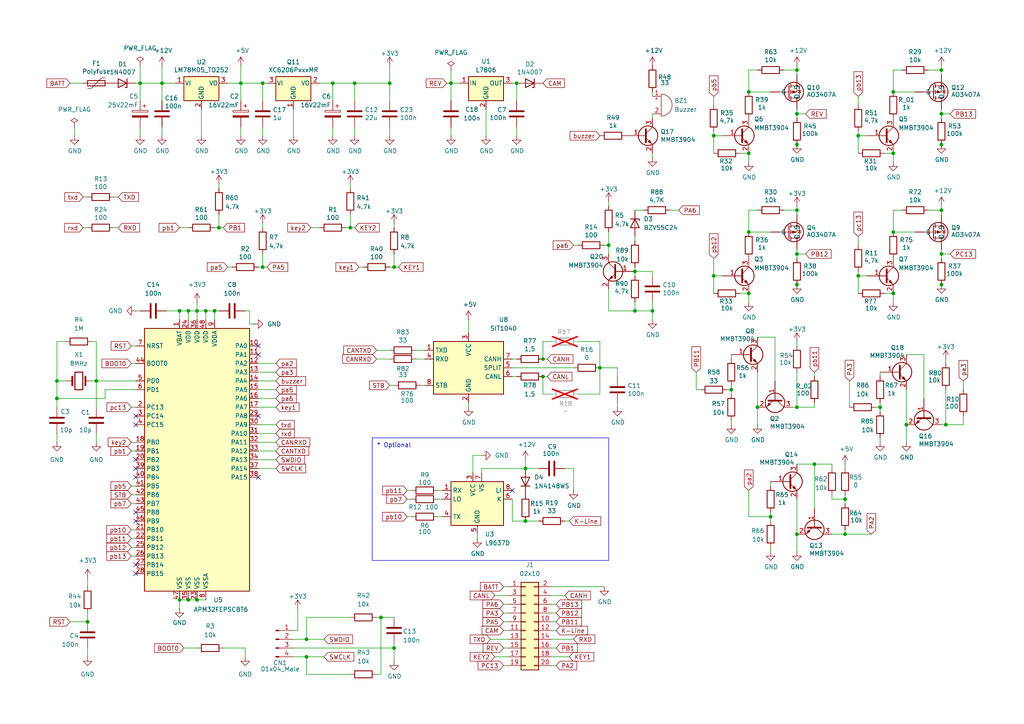
<source format=kicad_sch>
(kicad_sch (version 20231120) (generator "eeschema") (generator_version "8.0")
  (paper "A4")
  (lib_symbols
    (symbol "AO3401A_1" (pin_numbers hide)
      (property "Reference" "Q" (at 5.08 1.905 0))
      (property "Value" "AO3401A" (at 5.08 0 0))
      (symbol "AO3401A_1_1_1"
        (pin input line (at -5.08 0 0) (length 2.54) (name "G") (number "1"))
        (pin passive line (at 2.54 -5.08 90) (length 2.54) (name "S") (number "2"))
        (pin passive line (at 2.54 5.08 270) (length 2.54) (name "D") (number "3"))
      )
    )
    (symbol "Connector:Conn_01x04_Pin" (pin_names (offset 1.016) hide)
      (property "Reference" "J" (at 0 5.08 0))
      (property "Value" "Conn_01x04_Pin" (at 0 -7.62 0))
      (symbol "Conn_01x04_Pin_1_1"
        (pin passive line (at 5.08 2.54 180) (length 3.81) (name "Pin_1") (number "1"))
        (pin passive line (at 5.08 0 180) (length 3.81) (name "Pin_2") (number "2"))
        (pin passive line (at 5.08 -2.54 180) (length 3.81) (name "Pin_3") (number "3"))
        (pin passive line (at 5.08 -5.08 180) (length 3.81) (name "Pin_4") (number "4"))
      )
    )
    (symbol "Connector_Generic:Conn_02x10_Odd_Even" (pin_names (offset 1.016) hide)
      (property "Reference" "J" (at 1.27 12.7 0))
      (property "Value" "Conn_02x10_Odd_Even" (at 1.27 -15.24 0))
      (symbol "Conn_02x10_Odd_Even_1_1"
        (pin passive line (at -5.08 10.16 0) (length 3.81) (name "Pin_1") (number "1"))
        (pin passive line (at 7.62 0 180) (length 3.81) (name "Pin_10") (number "10"))
        (pin passive line (at -5.08 -2.54 0) (length 3.81) (name "Pin_11") (number "11"))
        (pin passive line (at 7.62 -2.54 180) (length 3.81) (name "Pin_12") (number "12"))
        (pin passive line (at -5.08 -5.08 0) (length 3.81) (name "Pin_13") (number "13"))
        (pin passive line (at 7.62 -5.08 180) (length 3.81) (name "Pin_14") (number "14"))
        (pin passive line (at -5.08 -7.62 0) (length 3.81) (name "Pin_15") (number "15"))
        (pin passive line (at 7.62 -7.62 180) (length 3.81) (name "Pin_16") (number "16"))
        (pin passive line (at -5.08 -10.16 0) (length 3.81) (name "Pin_17") (number "17"))
        (pin passive line (at 7.62 -10.16 180) (length 3.81) (name "Pin_18") (number "18"))
        (pin passive line (at -5.08 -12.7 0) (length 3.81) (name "Pin_19") (number "19"))
        (pin passive line (at 7.62 10.16 180) (length 3.81) (name "Pin_2") (number "2"))
        (pin passive line (at 7.62 -12.7 180) (length 3.81) (name "Pin_20") (number "20"))
        (pin passive line (at -5.08 7.62 0) (length 3.81) (name "Pin_3") (number "3"))
        (pin passive line (at 7.62 7.62 180) (length 3.81) (name "Pin_4") (number "4"))
        (pin passive line (at -5.08 5.08 0) (length 3.81) (name "Pin_5") (number "5"))
        (pin passive line (at 7.62 5.08 180) (length 3.81) (name "Pin_6") (number "6"))
        (pin passive line (at -5.08 2.54 0) (length 3.81) (name "Pin_7") (number "7"))
        (pin passive line (at 7.62 2.54 180) (length 3.81) (name "Pin_8") (number "8"))
        (pin passive line (at -5.08 0 0) (length 3.81) (name "Pin_9") (number "9"))
      )
    )
    (symbol "Device:Buzzer" (pin_names (offset 0.0254) hide)
      (property "Reference" "BZ" (at 3.81 1.27 0))
      (property "Value" "Buzzer" (at 3.81 -1.27 0))
      (symbol "Buzzer_1_1"
        (pin passive line (at -2.54 2.54 0) (length 2.54) (name "+") (number "1"))
        (pin passive line (at -2.54 -2.54 0) (length 2.54) (name "-") (number "2"))
      )
    )
    (symbol "Device:C" (pin_numbers hide) (pin_names (offset 0.254))
      (property "Reference" "C" (at 0.635 2.54 0))
      (property "Value" "C" (at 0.635 -2.54 0))
      (symbol "C_1_1"
        (pin passive line (at 0 3.81 270) (length 2.794) (name "~") (number "1"))
        (pin passive line (at 0 -3.81 90) (length 2.794) (name "~") (number "2"))
      )
    )
    (symbol "Device:C_Polarized" (pin_numbers hide) (pin_names (offset 0.254))
      (property "Reference" "C" (at 0.635 2.54 0))
      (property "Value" "C_Polarized" (at 0.635 -2.54 0))
      (symbol "C_Polarized_1_1"
        (pin passive line (at 0 3.81 270) (length 2.794) (name "~") (number "1"))
        (pin passive line (at 0 -3.81 90) (length 2.794) (name "~") (number "2"))
      )
    )
    (symbol "Device:Crystal" (pin_numbers hide) (pin_names (offset 1.016) hide)
      (property "Reference" "Y" (at 0 3.81 0))
      (property "Value" "Crystal" (at 0 -3.81 0))
      (symbol "Crystal_1_1"
        (pin passive line (at -3.81 0 0) (length 1.27) (name "1") (number "1"))
        (pin passive line (at 3.81 0 180) (length 1.27) (name "2") (number "2"))
      )
    )
    (symbol "Device:Polyfuse" (pin_numbers hide) (pin_names (offset 0))
      (property "Reference" "F" (at -2.54 0 90))
      (property "Value" "Polyfuse" (at 2.54 0 90))
      (symbol "Polyfuse_1_1"
        (pin passive line (at 0 3.81 270) (length 1.27) (name "~") (number "1"))
        (pin passive line (at 0 -3.81 90) (length 1.27) (name "~") (number "2"))
      )
    )
    (symbol "Device:Q_NPN_BEC" (pin_names (offset 0) hide)
      (property "Reference" "Q" (at 5.08 1.27 0))
      (property "Value" "Q_NPN_BEC" (at 5.08 -1.27 0))
      (symbol "Q_NPN_BEC_1_1"
        (pin input line (at -5.08 0 0) (length 5.715) (name "B") (number "1"))
        (pin passive line (at 2.54 -5.08 90) (length 2.54) (name "E") (number "2"))
        (pin passive line (at 2.54 5.08 270) (length 2.54) (name "C") (number "3"))
      )
    )
    (symbol "Device:R" (pin_numbers hide) (pin_names (offset 0))
      (property "Reference" "R" (at 2.032 0 90))
      (property "Value" "R" (at 0 0 90))
      (symbol "R_1_1"
        (pin passive line (at 0 3.81 270) (length 1.27) (name "~") (number "1"))
        (pin passive line (at 0 -3.81 90) (length 1.27) (name "~") (number "2"))
      )
    )
    (symbol "Diode:1N4148WS" (pin_numbers hide) (pin_names hide)
      (property "Reference" "D" (at 0 2.54 0))
      (property "Value" "1N4148WS" (at 0 -2.54 0))
      (symbol "1N4148WS_1_1"
        (pin passive line (at -3.81 0 0) (length 2.54) (name "K") (number "1"))
        (pin passive line (at 3.81 0 180) (length 2.54) (name "A") (number "2"))
      )
    )
    (symbol "Diode:BZV55C24" (pin_numbers hide) (pin_names hide)
      (property "Reference" "D" (at 0 2.54 0))
      (property "Value" "BZV55C24" (at 0 -2.54 0))
      (symbol "BZV55C24_1_1"
        (pin passive line (at -3.81 0 0) (length 2.54) (name "K") (number "1"))
        (pin passive line (at 3.81 0 180) (length 2.54) (name "A") (number "2"))
      )
    )
    (symbol "Diode:Z1SMAxxx" (pin_numbers hide) (pin_names hide)
      (property "Reference" "D" (at 0 2.54 0))
      (property "Value" "Z1SMAxxx" (at 0 -2.54 0))
      (symbol "Z1SMAxxx_1_1"
        (pin passive line (at -3.81 0 0) (length 2.54) (name "K") (number "1"))
        (pin passive line (at 3.81 0 180) (length 2.54) (name "A") (number "2"))
      )
    )
    (symbol "Interface:L9637D"
      (property "Reference" "U" (at -7.62 6.35 0))
      (property "Value" "L9637D" (at 14.986 6.35 0))
      (symbol "L9637D_1_1"
        (pin input line (at -10.16 2.54 0) (length 2.54) (name "RX") (number "1"))
        (pin output line (at -10.16 0 0) (length 2.54) (name "LO") (number "2"))
        (pin power_in line (at -1.27 7.62 270) (length 2.54) (name "VCC") (number "3"))
        (pin output line (at -10.16 -5.08 0) (length 2.54) (name "TX") (number "4"))
        (pin power_in line (at 0 -10.16 90) (length 2.54) (name "GND") (number "5"))
        (pin input line (at 10.16 0 180) (length 2.54) (name "K") (number "6"))
        (pin power_in line (at 1.27 7.62 270) (length 2.54) (name "VS") (number "7"))
        (pin input line (at 10.16 2.54 180) (length 2.54) (name "LI") (number "8"))
      )
    )
    (symbol "Interface_CAN_LIN:TJA1042T"
      (property "Reference" "U" (at -10.16 8.89 0))
      (property "Value" "TJA1042T" (at 1.27 8.89 0))
      (symbol "TJA1042T_1_1"
        (pin input line (at -12.7 5.08 0) (length 2.54) (name "TXD") (number "1"))
        (pin power_in line (at 0 -10.16 90) (length 2.54) (name "GND") (number "2"))
        (pin power_in line (at 0 10.16 270) (length 2.54) (name "VCC") (number "3"))
        (pin output line (at -12.7 2.54 0) (length 2.54) (name "RXD") (number "4"))
        (pin power_out line (at 12.7 0 180) (length 2.54) (name "SPLIT") (number "5"))
        (pin bidirectional line (at 12.7 -2.54 180) (length 2.54) (name "CANL") (number "6"))
        (pin bidirectional line (at 12.7 2.54 180) (length 2.54) (name "CANH") (number "7"))
        (pin input line (at -12.7 -5.08 0) (length 2.54) (name "STB") (number "8"))
      )
    )
    (symbol "MCU_ST_STM32F1:STM32F103C8Tx"
      (property "Reference" "U4" (at 4.7341 -40.64 0))
      (property "Value" "STM32FEBKC6T6" (at 4.7341 -43.18 0))
      (symbol "STM32F103C8Tx_1_1"
        (pin power_in line (at -5.08 40.64 270) (length 2.54) (name "VBAT") (number "1"))
        (pin bidirectional line (at 17.78 33.02 180) (length 2.54) (name "PA0") (number "10"))
        (pin bidirectional line (at 17.78 30.48 180) (length 2.54) (name "PA1") (number "11"))
        (pin bidirectional line (at 17.78 27.94 180) (length 2.54) (name "PA2") (number "12"))
        (pin bidirectional line (at 17.78 25.4 180) (length 2.54) (name "PA3") (number "13"))
        (pin bidirectional line (at 17.78 22.86 180) (length 2.54) (name "PA4") (number "14"))
        (pin bidirectional line (at 17.78 20.32 180) (length 2.54) (name "PA5") (number "15"))
        (pin bidirectional line (at 17.78 17.78 180) (length 2.54) (name "PA6") (number "16"))
        (pin bidirectional line (at 17.78 15.24 180) (length 2.54) (name "PA7") (number "17"))
        (pin bidirectional line (at -17.78 5.08 0) (length 2.54) (name "PB0") (number "18"))
        (pin bidirectional line (at -17.78 2.54 0) (length 2.54) (name "PB1") (number "19"))
        (pin bidirectional line (at -17.78 15.24 0) (length 2.54) (name "PC13") (number "2"))
        (pin bidirectional line (at -17.78 0 0) (length 2.54) (name "PB2") (number "20"))
        (pin bidirectional line (at -17.78 -20.32 0) (length 2.54) (name "PB10") (number "21"))
        (pin bidirectional line (at -17.78 -22.86 0) (length 2.54) (name "PB11") (number "22"))
        (pin power_in line (at 0 -40.64 90) (length 2.54) (name "VSS") (number "23"))
        (pin power_in line (at -2.54 40.64 270) (length 2.54) (name "VDD") (number "24"))
        (pin bidirectional line (at -17.78 -25.4 0) (length 2.54) (name "PB12") (number "25"))
        (pin bidirectional line (at -17.78 -27.94 0) (length 2.54) (name "PB13") (number "26"))
        (pin bidirectional line (at -17.78 -30.48 0) (length 2.54) (name "PB14") (number "27"))
        (pin bidirectional line (at -17.78 -33.02 0) (length 2.54) (name "PB15") (number "28"))
        (pin bidirectional line (at 17.78 12.7 180) (length 2.54) (name "PA8") (number "29"))
        (pin bidirectional line (at -17.78 12.7 0) (length 2.54) (name "PC14") (number "3"))
        (pin bidirectional line (at 17.78 10.16 180) (length 2.54) (name "PA9") (number "30"))
        (pin bidirectional line (at 17.78 7.62 180) (length 2.54) (name "PA10") (number "31"))
        (pin bidirectional line (at 17.78 5.08 180) (length 2.54) (name "PA11") (number "32"))
        (pin bidirectional line (at 17.78 2.54 180) (length 2.54) (name "PA12") (number "33"))
        (pin bidirectional line (at 17.78 0 180) (length 2.54) (name "PA13") (number "34"))
        (pin power_in line (at -2.54 -40.64 90) (length 2.54) (name "VSS") (number "35"))
        (pin passive line (at 0 -40.64 90) (length 2.54) hide (name "VSS") (number "35"))
        (pin power_in line (at 0 40.64 270) (length 2.54) (name "VDD") (number "36"))
        (pin bidirectional line (at 17.78 -2.54 180) (length 2.54) (name "PA14") (number "37"))
        (pin bidirectional line (at 17.78 -5.08 180) (length 2.54) (name "PA15") (number "38"))
        (pin bidirectional line (at -17.78 -2.54 0) (length 2.54) (name "PB3") (number "39"))
        (pin bidirectional line (at -17.78 10.16 0) (length 2.54) (name "PC15") (number "4"))
        (pin bidirectional line (at -17.78 -5.08 0) (length 2.54) (name "PB4") (number "40"))
        (pin bidirectional line (at -17.78 -7.62 0) (length 2.54) (name "PB5") (number "41"))
        (pin bidirectional line (at -17.78 -10.16 0) (length 2.54) (name "PB6") (number "42"))
        (pin bidirectional line (at -17.78 -12.7 0) (length 2.54) (name "PB7") (number "43"))
        (pin input line (at -17.78 27.94 0) (length 2.54) (name "BOOT0") (number "44"))
        (pin bidirectional line (at -17.78 -15.24 0) (length 2.54) (name "PB8") (number "45"))
        (pin bidirectional line (at -17.78 -17.78 0) (length 2.54) (name "PB9") (number "46"))
        (pin power_in line (at -5.08 -40.64 90) (length 2.54) (name "VSS") (number "47"))
        (pin passive line (at 0 -40.64 90) (length 2.54) hide (name "VSS") (number "47"))
        (pin power_in line (at 2.54 40.64 270) (length 2.54) (name "VDD") (number "48"))
        (pin bidirectional line (at -17.78 22.86 0) (length 2.54) (name "PD0") (number "5"))
        (pin bidirectional line (at -17.78 20.32 0) (length 2.54) (name "PD1") (number "6"))
        (pin input line (at -17.78 33.02 0) (length 2.54) (name "NRST") (number "7"))
        (pin power_in line (at 2.54 -40.64 90) (length 2.54) (name "VSSA") (number "8"))
        (pin power_in line (at 5.08 40.64 270) (length 2.54) (name "VDDA") (number "9"))
      )
    )
    (symbol "Regulator_Linear:L7806" (pin_names (offset 0.254))
      (property "Reference" "U" (at -3.81 3.175 0))
      (property "Value" "L7806" (at 0 3.175 0))
      (symbol "L7806_1_1"
        (pin power_in line (at -7.62 0 0) (length 2.54) (name "IN") (number "1"))
        (pin power_in line (at 0 -7.62 90) (length 2.54) (name "GND") (number "2"))
        (pin power_out line (at 7.62 0 180) (length 2.54) (name "OUT") (number "3"))
      )
    )
    (symbol "Regulator_Linear:LM78M05_TO252" (pin_names (offset 0.254))
      (property "Reference" "U" (at -3.81 3.175 0))
      (property "Value" "LM78M05_TO252" (at 0 3.175 0))
      (symbol "LM78M05_TO252_1_1"
        (pin power_in line (at -7.62 0 0) (length 2.54) (name "VI") (number "1"))
        (pin power_in line (at 0 -7.62 90) (length 2.54) (name "GND") (number "2"))
        (pin power_out line (at 7.62 0 180) (length 2.54) (name "VO") (number "3"))
      )
    )
    (symbol "Regulator_Linear:XC6206PxxxMR" (pin_names (offset 0.254))
      (property "Reference" "U" (at -3.81 3.175 0))
      (property "Value" "XC6206PxxxMR" (at 0 3.175 0))
      (symbol "XC6206PxxxMR_1_1"
        (pin power_in line (at 0 -7.62 90) (length 2.54) (name "GND") (number "1"))
        (pin power_out line (at 7.62 0 180) (length 2.54) (name "VO") (number "2"))
        (pin power_in line (at -7.62 0 0) (length 2.54) (name "VI") (number "3"))
      )
    )
    (symbol "Transistor_BJT:MMBT3904" (pin_names (offset 0) hide)
      (property "Reference" "Q" (at 5.08 1.905 0))
      (property "Value" "MMBT3904" (at 5.08 0 0))
      (symbol "MMBT3904_1_1"
        (pin input line (at -5.08 0 0) (length 5.715) (name "B") (number "1"))
        (pin passive line (at 2.54 -5.08 90) (length 2.54) (name "E") (number "2"))
        (pin passive line (at 2.54 5.08 270) (length 2.54) (name "C") (number "3"))
      )
    )
    (symbol "power:+12V" (power) (pin_numbers hide) (pin_names (offset 0) hide)
      (property "Value" "+12V" (at 0 3.556 0))
      (symbol "+12V_1_1"
        (pin power_in line (at 0 0 90) (length 0) (name "~") (number "1"))
      )
    )
    (symbol "power:+3.3V" (power) (pin_numbers hide) (pin_names (offset 0) hide)
      (property "Value" "+3.3V" (at 0 3.556 0))
      (symbol "+3.3V_1_1"
        (pin power_in line (at 0 0 90) (length 0) (name "~") (number "1"))
      )
    )
    (symbol "power:+5V" (power) (pin_numbers hide) (pin_names (offset 0) hide)
      (property "Value" "+5V" (at 0 3.556 0))
      (symbol "+5V_1_1"
        (pin power_in line (at 0 0 90) (length 0) (name "~") (number "1"))
      )
    )
    (symbol "power:GND" (power) (pin_numbers hide) (pin_names (offset 0) hide)
      (property "Value" "GND" (at 0 -3.81 0))
      (symbol "GND_1_1"
        (pin power_in line (at 0 0 270) (length 0) (name "~") (number "1"))
      )
    )
    (symbol "power:PWR_FLAG" (power) (pin_numbers hide) (pin_names (offset 0) hide)
      (property "Value" "PWR_FLAG" (at 0 3.81 0))
      (symbol "PWR_FLAG_0_0"
        (pin power_out line (at 0 0 90) (length 0) (name "~") (number "1"))
      )
    )
  )
  (junction (at 62.23 90.17))
  (junction (at 63.5 66.04))
  (junction (at 273.05 82.55))
  (junction (at 217.17 44.45))
  (junction (at 130.81 24.13))
  (junction (at 149.86 24.13))
  (junction (at 88.9 185.42))
  (junction (at 76.2 77.47))
  (junction (at 96.52 24.13))
  (junction (at 184.15 90.17))
  (junction (at 217.17 26.67))
  (junction (at 273.05 60.96))
  (junction (at 16.51 110.49))
  (junction (at 57.15 90.17))
  (junction (at 231.14 73.66))
  (junction (at 88.9 190.5))
  (junction (at 57.15 173.99))
  (junction (at 273.05 33.02))
  (junction (at 259.08 26.67))
  (junction (at 52.07 173.99))
  (junction (at 248.92 39.37))
  (junction (at 245.11 154.94))
  (junction (at 52.07 90.17))
  (junction (at 110.49 179.07))
  (junction (at 245.11 144.78))
  (junction (at 231.14 60.96))
  (junction (at 54.61 90.17))
  (junction (at 27.94 110.49))
  (junction (at 114.3 77.47))
  (junction (at 101.6 66.04))
  (junction (at 273.05 20.32))
  (junction (at 231.14 41.91))
  (junction (at 231.14 154.94))
  (junction (at 231.14 33.02))
  (junction (at 189.23 90.17))
  (junction (at 184.15 78.74))
  (junction (at 113.03 24.13))
  (junction (at 173.99 106.68))
  (junction (at 54.61 173.99))
  (junction (at 248.92 80.01))
  (junction (at 219.71 118.11))
  (junction (at 152.4 151.13))
  (junction (at 176.53 71.12))
  (junction (at 231.14 20.32))
  (junction (at 262.89 123.19))
  (junction (at 259.08 67.31))
  (junction (at 157.48 109.22))
  (junction (at 114.3 187.96))
  (junction (at 231.14 118.11))
  (junction (at 259.08 44.45))
  (junction (at 207.01 80.01))
  (junction (at 59.69 90.17))
  (junction (at 255.27 118.11))
  (junction (at 236.22 134.62))
  (junction (at 76.2 24.13))
  (junction (at 16.51 115.57))
  (junction (at 259.08 85.09))
  (junction (at 25.4 180.34))
  (junction (at 212.09 113.03))
  (junction (at 40.64 24.13))
  (junction (at 217.17 67.31))
  (junction (at 273.05 73.66))
  (junction (at 217.17 85.09))
  (junction (at 273.05 41.91))
  (junction (at 69.85 24.13))
  (junction (at 231.14 82.55))
  (junction (at 46.99 24.13))
  (junction (at 207.01 39.37))
  (junction (at 274.32 123.19))
  (junction (at 157.48 104.14))
  (junction (at 152.4 135.89))
  (junction (at 223.52 149.86))
  (junction (at 102.87 24.13))
  (no_connect (at 39.37 138.43))
  (no_connect (at 148.59 142.24))
  (no_connect (at 74.93 102.87))
  (no_connect (at 74.93 138.43))
  (no_connect (at 74.93 100.33))
  (no_connect (at 39.37 163.83))
  (no_connect (at 39.37 133.35))
  (no_connect (at 39.37 135.89))
  (no_connect (at 74.93 120.65))
  (no_connect (at 39.37 166.37))
  (no_connect (at 39.37 120.65))
  (no_connect (at 39.37 151.13))
  (no_connect (at 39.37 148.59))
  (no_connect (at 39.37 123.19))
  (wire (pts (xy 157.48 99.06) (xy 157.48 104.14)))
  (wire (pts (xy 273.05 72.39) (xy 273.05 73.66)))
  (wire (pts (xy 34.29 66.04) (xy 33.02 66.04)))
  (wire (pts (xy 138.43 154.94) (xy 138.43 156.21)))
  (wire (pts (xy 39.37 24.13) (xy 40.64 24.13)))
  (wire (pts (xy 27.94 110.49) (xy 27.94 118.11)))
  (wire (pts (xy 175.26 71.12) (xy 176.53 71.12)))
  (wire (pts (xy 231.14 43.18) (xy 231.14 41.91)))
  (wire (pts (xy 113.03 101.6) (xy 109.22 101.6)))
  (wire (pts (xy 57.15 90.17) (xy 57.15 92.71)))
  (wire (pts (xy 273.05 62.23) (xy 273.05 60.96)))
  (wire (pts (xy 52.07 173.99) (xy 54.61 173.99)))
  (wire (pts (xy 262.89 113.03) (xy 262.89 123.19)))
  (wire (pts (xy 130.81 29.21) (xy 130.81 24.13)))
  (wire (pts (xy 72.39 93.98) (xy 72.39 90.17)))
  (wire (pts (xy 189.23 26.67) (xy 189.23 27.94)))
  (wire (pts (xy 102.87 24.13) (xy 113.03 24.13)))
  (wire (pts (xy 245.11 134.62) (xy 245.11 135.89)))
  (wire (pts (xy 279.4 110.49) (xy 279.4 113.03)))
  (wire (pts (xy 217.17 67.31) (xy 223.52 67.31)))
  (wire (pts (xy 88.9 190.5) (xy 93.98 190.5)))
  (wire (pts (xy 85.09 190.5) (xy 88.9 190.5)))
  (wire (pts (xy 85.09 182.88) (xy 86.36 182.88)))
  (wire (pts (xy 25.4 187.96) (xy 25.4 190.5)))
  (wire (pts (xy 74.93 118.11) (xy 80.01 118.11)))
  (wire (pts (xy 88.9 179.07) (xy 101.6 179.07)))
  (wire (pts (xy 231.14 31.75) (xy 231.14 33.02)))
  (wire (pts (xy 248.92 78.74) (xy 248.92 80.01)))
  (wire (pts (xy 48.26 90.17) (xy 52.07 90.17)))
  (wire (pts (xy 24.13 57.15) (xy 25.4 57.15)))
  (wire (pts (xy 40.64 24.13) (xy 40.64 29.21)))
  (wire (pts (xy 219.71 107.95) (xy 219.71 118.11)))
  (wire (pts (xy 146.05 180.34) (xy 147.32 180.34)))
  (wire (pts (xy 90.17 66.04) (xy 92.71 66.04)))
  (wire (pts (xy 210.82 113.03) (xy 212.09 113.03)))
  (wire (pts (xy 217.17 149.86) (xy 217.17 142.24)))
  (wire (pts (xy 245.11 153.67) (xy 245.11 154.94)))
  (wire (pts (xy 176.53 67.31) (xy 176.53 71.12)))
  (wire (pts (xy 189.23 34.29) (xy 189.23 33.02)))
  (wire (pts (xy 59.69 90.17) (xy 59.69 92.71)))
  (wire (pts (xy 231.14 72.39) (xy 231.14 73.66)))
  (wire (pts (xy 231.14 99.06) (xy 231.14 100.33)))
  (wire (pts (xy 88.9 185.42) (xy 93.98 185.42)))
  (wire (pts (xy 212.09 113.03) (xy 212.09 114.3)))
  (wire (pts (xy 149.86 24.13) (xy 148.59 24.13)))
  (wire (pts (xy 152.4 151.13) (xy 156.21 151.13)))
  (wire (pts (xy 139.7 135.89) (xy 152.4 135.89)))
  (wire (pts (xy 127 144.78) (xy 128.27 144.78)))
  (wire (pts (xy 16.51 115.57) (xy 16.51 110.49)))
  (wire (pts (xy 160.02 99.06) (xy 157.48 99.06)))
  (wire (pts (xy 101.6 53.34) (xy 101.6 54.61)))
  (wire (pts (xy 69.85 24.13) (xy 76.2 24.13)))
  (wire (pts (xy 254 118.11) (xy 255.27 118.11)))
  (wire (pts (xy 236.22 107.95) (xy 236.22 109.22)))
  (wire (pts (xy 148.59 144.78) (xy 148.59 151.13)))
  (wire (pts (xy 101.6 62.23) (xy 101.6 66.04)))
  (wire (pts (xy 149.86 24.13) (xy 149.86 29.21)))
  (wire (pts (xy 16.51 118.11) (xy 16.51 115.57)))
  (wire (pts (xy 63.5 66.04) (xy 62.23 66.04)))
  (wire (pts (xy 241.3 144.78) (xy 245.11 144.78)))
  (wire (pts (xy 259.08 20.32) (xy 259.08 26.67)))
  (wire (pts (xy 259.08 60.96) (xy 259.08 67.31)))
  (wire (pts (xy 273.05 73.66) (xy 275.59 73.66)))
  (wire (pts (xy 85.09 185.42) (xy 88.9 185.42)))
  (wire (pts (xy 146.05 175.26) (xy 147.32 175.26)))
  (wire (pts (xy 231.14 134.62) (xy 236.22 134.62)))
  (wire (pts (xy 113.03 24.13) (xy 113.03 19.05)))
  (wire (pts (xy 166.37 135.89) (xy 166.37 142.24)))
  (wire (pts (xy 114.3 64.77) (xy 114.3 66.04)))
  (wire (pts (xy 255.27 118.11) (xy 255.27 119.38)))
  (wire (pts (xy 179.07 109.22) (xy 179.07 106.68)))
  (wire (pts (xy 114.3 73.66) (xy 114.3 77.47)))
  (wire (pts (xy 273.05 73.66) (xy 273.05 74.93)))
  (wire (pts (xy 92.71 24.13) (xy 96.52 24.13)))
  (wire (pts (xy 217.17 87.63) (xy 217.17 85.09)))
  (wire (pts (xy 34.29 57.15) (xy 33.02 57.15)))
  (wire (pts (xy 229.87 118.11) (xy 231.14 118.11)))
  (wire (pts (xy 143.51 190.5) (xy 147.32 190.5)))
  (wire (pts (xy 231.14 19.05) (xy 231.14 20.32)))
  (wire (pts (xy 248.92 39.37) (xy 251.46 39.37)))
  (wire (pts (xy 231.14 60.96) (xy 227.33 60.96)))
  (wire (pts (xy 160.02 180.34) (xy 161.29 180.34)))
  (wire (pts (xy 160.02 193.04) (xy 161.29 193.04)))
  (wire (pts (xy 160.02 172.72) (xy 163.83 172.72)))
  (wire (pts (xy 157.48 104.14) (xy 158.75 104.14)))
  (wire (pts (xy 248.92 38.1) (xy 248.92 39.37)))
  (wire (pts (xy 231.14 73.66) (xy 233.68 73.66)))
  (wire (pts (xy 140.97 31.75) (xy 140.97 39.37)))
  (wire (pts (xy 236.22 134.62) (xy 236.22 147.32)))
  (wire (pts (xy 26.67 99.06) (xy 27.94 99.06)))
  (wire (pts (xy 160.02 170.18) (xy 175.26 170.18)))
  (wire (pts (xy 20.32 24.13) (xy 24.13 24.13)))
  (wire (pts (xy 166.37 71.12) (xy 167.64 71.12)))
  (wire (pts (xy 66.04 24.13) (xy 69.85 24.13)))
  (wire (pts (xy 223.52 158.75) (xy 223.52 160.02)))
  (wire (pts (xy 194.31 60.96) (xy 196.85 60.96)))
  (wire (pts (xy 27.94 110.49) (xy 26.67 110.49)))
  (wire (pts (xy 184.15 77.47) (xy 184.15 78.74)))
  (wire (pts (xy 57.15 173.99) (xy 59.69 173.99)))
  (wire (pts (xy 118.11 149.86) (xy 119.38 149.86)))
  (wire (pts (xy 157.48 109.22) (xy 158.75 109.22)))
  (wire (pts (xy 246.38 110.49) (xy 246.38 118.11)))
  (wire (pts (xy 46.99 29.21) (xy 46.99 24.13)))
  (wire (pts (xy 167.64 99.06) (xy 173.99 99.06)))
  (wire (pts (xy 40.64 36.83) (xy 40.64 39.37)))
  (wire (pts (xy 130.81 20.32) (xy 130.81 24.13)))
  (wire (pts (xy 52.07 66.04) (xy 54.61 66.04)))
  (wire (pts (xy 184.15 68.58) (xy 184.15 69.85)))
  (wire (pts (xy 184.15 90.17) (xy 184.15 87.63)))
  (wire (pts (xy 38.1 105.41) (xy 39.37 105.41)))
  (wire (pts (xy 21.59 36.83) (xy 21.59 39.37)))
  (wire (pts (xy 256.54 44.45) (xy 259.08 44.45)))
  (wire (pts (xy 88.9 195.58) (xy 88.9 190.5)))
  (wire (pts (xy 160.02 185.42) (xy 166.37 185.42)))
  (wire (pts (xy 38.1 158.75) (xy 39.37 158.75)))
  (wire (pts (xy 66.04 77.47) (xy 67.31 77.47)))
  (wire (pts (xy 142.24 185.42) (xy 147.32 185.42)))
  (wire (pts (xy 259.08 67.31) (xy 265.43 67.31)))
  (wire (pts (xy 113.03 39.37) (xy 113.03 36.83)))
  (wire (pts (xy 160.02 175.26) (xy 161.29 175.26)))
  (wire (pts (xy 114.3 111.76) (xy 113.03 111.76)))
  (wire (pts (xy 137.16 132.08) (xy 137.16 137.16)))
  (wire (pts (xy 231.14 33.02) (xy 231.14 34.29)))
  (wire (pts (xy 118.11 142.24) (xy 119.38 142.24)))
  (wire (pts (xy 207.01 85.09) (xy 207.01 80.01)))
  (wire (pts (xy 163.83 151.13) (xy 165.1 151.13)))
  (wire (pts (xy 62.23 90.17) (xy 59.69 90.17)))
  (wire (pts (xy 54.61 90.17) (xy 54.61 92.71)))
  (wire (pts (xy 176.53 71.12) (xy 176.53 73.66)))
  (wire (pts (xy 74.93 107.95) (xy 80.01 107.95)))
  (wire (pts (xy 74.93 135.89) (xy 80.01 135.89)))
  (wire (pts (xy 74.93 130.81) (xy 80.01 130.81)))
  (wire (pts (xy 273.05 21.59) (xy 273.05 20.32)))
  (wire (pts (xy 38.1 100.33) (xy 39.37 100.33)))
  (wire (pts (xy 189.23 78.74) (xy 189.23 80.01)))
  (wire (pts (xy 231.14 62.23) (xy 231.14 60.96)))
  (wire (pts (xy 130.81 24.13) (xy 133.35 24.13)))
  (wire (pts (xy 25.4 167.64) (xy 25.4 170.18)))
  (wire (pts (xy 214.63 85.09) (xy 217.17 85.09)))
  (wire (pts (xy 259.08 26.67) (xy 265.43 26.67)))
  (wire (pts (xy 231.14 144.78) (xy 231.14 154.94)))
  (wire (pts (xy 245.11 154.94) (xy 252.73 154.94)))
  (wire (pts (xy 110.49 179.07) (xy 110.49 195.58)))
  (wire (pts (xy 207.01 27.94) (xy 207.01 30.48)))
  (wire (pts (xy 135.89 92.71) (xy 135.89 96.52)))
  (wire (pts (xy 157.48 114.3) (xy 160.02 114.3)))
  (wire (pts (xy 86.36 182.88) (xy 86.36 176.53)))
  (wire (pts (xy 217.17 149.86) (xy 223.52 149.86)))
  (wire (pts (xy 189.23 90.17) (xy 189.23 92.71)))
  (wire (pts (xy 231.14 59.69) (xy 231.14 60.96)))
  (wire (pts (xy 27.94 99.06) (xy 27.94 110.49)))
  (wire (pts (xy 255.27 116.84) (xy 255.27 118.11)))
  (wire (pts (xy 74.93 113.03) (xy 80.01 113.03)))
  (wire (pts (xy 16.51 110.49) (xy 19.05 110.49)))
  (wire (pts (xy 113.03 29.21) (xy 113.03 24.13)))
  (wire (pts (xy 38.1 128.27) (xy 39.37 128.27)))
  (wire (pts (xy 118.11 144.78) (xy 119.38 144.78)))
  (wire (pts (xy 146.05 187.96) (xy 147.32 187.96)))
  (wire (pts (xy 219.71 60.96) (xy 217.17 60.96)))
  (wire (pts (xy 16.51 110.49) (xy 16.51 99.06)))
  (wire (pts (xy 179.07 118.11) (xy 179.07 116.84)))
  (wire (pts (xy 255.27 127) (xy 255.27 128.27)))
  (wire (pts (xy 146.05 170.18) (xy 147.32 170.18)))
  (wire (pts (xy 241.3 143.51) (xy 241.3 144.78)))
  (wire (pts (xy 74.93 123.19) (xy 80.01 123.19)))
  (wire (pts (xy 102.87 39.37) (xy 102.87 36.83)))
  (wire (pts (xy 38.1 118.11) (xy 39.37 118.11)))
  (wire (pts (xy 123.19 104.14) (xy 120.65 104.14)))
  (wire (pts (xy 27.94 125.73) (xy 27.94 128.27)))
  (wire (pts (xy 201.93 113.03) (xy 203.2 113.03)))
  (wire (pts (xy 245.11 144.78) (xy 245.11 146.05)))
  (wire (pts (xy 207.01 80.01) (xy 209.55 80.01)))
  (wire (pts (xy 248.92 68.58) (xy 248.92 71.12)))
  (wire (pts (xy 62.23 90.17) (xy 63.5 90.17)))
  (wire (pts (xy 273.05 59.69) (xy 273.05 60.96)))
  (wire (pts (xy 217.17 60.96) (xy 217.17 67.31)))
  (wire (pts (xy 148.59 106.68) (xy 166.37 106.68)))
  (wire (pts (xy 148.59 104.14) (xy 149.86 104.14)))
  (wire (pts (xy 248.92 44.45) (xy 248.92 39.37)))
  (wire (pts (xy 273.05 31.75) (xy 273.05 33.02)))
  (wire (pts (xy 54.61 90.17) (xy 52.07 90.17)))
  (wire (pts (xy 231.14 20.32) (xy 227.33 20.32)))
  (wire (pts (xy 20.32 180.34) (xy 25.4 180.34)))
  (wire (pts (xy 38.1 146.05) (xy 39.37 146.05)))
  (wire (pts (xy 76.2 64.77) (xy 76.2 66.04)))
  (wire (pts (xy 110.49 195.58) (xy 109.22 195.58)))
  (wire (pts (xy 212.09 102.87) (xy 212.09 104.14)))
  (wire (pts (xy 113.03 104.14) (xy 109.22 104.14)))
  (wire (pts (xy 135.89 118.11) (xy 135.89 116.84)))
  (wire (pts (xy 74.93 110.49) (xy 80.01 110.49)))
  (wire (pts (xy 114.3 186.69) (xy 114.3 187.96)))
  (wire (pts (xy 214.63 44.45) (xy 217.17 44.45)))
  (wire (pts (xy 76.2 29.21) (xy 76.2 24.13)))
  (wire (pts (xy 72.39 93.98) (xy 73.66 93.98)))
  (wire (pts (xy 152.4 133.35) (xy 152.4 135.89)))
  (wire (pts (xy 114.3 187.96) (xy 85.09 187.96)))
  (wire (pts (xy 123.19 111.76) (xy 121.92 111.76)))
  (wire (pts (xy 201.93 107.95) (xy 201.93 113.03)))
  (wire (pts (xy 74.93 105.41) (xy 80.01 105.41)))
  (wire (pts (xy 16.51 125.73) (xy 16.51 128.27)))
  (wire (pts (xy 262.89 128.27) (xy 262.89 123.19)))
  (wire (pts (xy 173.99 99.06) (xy 173.99 106.68)))
  (wire (pts (xy 130.81 36.83) (xy 130.81 39.37)))
  (wire (pts (xy 46.99 36.83) (xy 46.99 39.37)))
  (wire (pts (xy 184.15 60.96) (xy 186.69 60.96)))
  (wire (pts (xy 149.86 39.37) (xy 149.86 36.83)))
  (wire (pts (xy 241.3 134.62) (xy 241.3 135.89)))
  (wire (pts (xy 267.97 102.87) (xy 267.97 115.57)))
  (wire (pts (xy 127 149.86) (xy 128.27 149.86)))
  (wire (pts (xy 279.4 123.19) (xy 279.4 120.65)))
  (wire (pts (xy 64.77 187.96) (xy 71.12 187.96)))
  (wire (pts (xy 52.07 90.17) (xy 52.07 92.71)))
  (wire (pts (xy 167.64 114.3) (xy 173.99 114.3)))
  (wire (pts (xy 88.9 185.42) (xy 88.9 179.07)))
  (wire (pts (xy 59.69 90.17) (xy 57.15 90.17)))
  (wire (pts (xy 123.19 101.6) (xy 120.65 101.6)))
  (wire (pts (xy 139.7 132.08) (xy 137.16 132.08)))
  (wire (pts (xy 143.51 172.72) (xy 147.32 172.72)))
  (wire (pts (xy 259.08 87.63) (xy 259.08 85.09)))
  (wire (pts (xy 207.01 44.45) (xy 207.01 39.37)))
  (wire (pts (xy 163.83 135.89) (xy 166.37 135.89)))
  (wire (pts (xy 231.14 73.66) (xy 231.14 74.93)))
  (wire (pts (xy 189.23 90.17) (xy 189.23 87.63)))
  (wire (pts (xy 231.14 107.95) (xy 231.14 118.11)))
  (wire (pts (xy 146.05 182.88) (xy 147.32 182.88)))
  (wire (pts (xy 212.09 111.76) (xy 212.09 113.03)))
  (wire (pts (xy 46.99 24.13) (xy 50.8 24.13)))
  (wire (pts (xy 176.53 83.82) (xy 176.53 90.17)))
  (wire (pts (xy 40.64 19.05) (xy 40.64 24.13)))
  (wire (pts (xy 40.64 24.13) (xy 46.99 24.13)))
  (wire (pts (xy 96.52 24.13) (xy 96.52 29.21)))
  (wire (pts (xy 207.01 38.1) (xy 207.01 39.37)))
  (wire (pts (xy 74.93 133.35) (xy 80.01 133.35)))
  (wire (pts (xy 273.05 19.05) (xy 273.05 20.32)))
  (wire (pts (xy 160.02 182.88) (xy 161.29 182.88)))
  (wire (pts (xy 110.49 179.07) (xy 114.3 179.07)))
  (wire (pts (xy 176.53 90.17) (xy 184.15 90.17)))
  (wire (pts (xy 30.48 113.03) (xy 30.48 115.57)))
  (wire (pts (xy 236.22 118.11) (xy 236.22 116.84)))
  (wire (pts (xy 114.3 191.77) (xy 114.3 187.96)))
  (wire (pts (xy 157.48 109.22) (xy 157.48 114.3)))
  (wire (pts (xy 217.17 26.67) (xy 223.52 26.67)))
  (wire (pts (xy 76.2 24.13) (xy 77.47 24.13)))
  (wire (pts (xy 274.32 113.03) (xy 274.32 123.19)))
  (wire (pts (xy 38.1 156.21) (xy 39.37 156.21)))
  (wire (pts (xy 273.05 33.02) (xy 275.59 33.02)))
  (wire (pts (xy 57.15 87.63) (xy 57.15 90.17)))
  (wire (pts (xy 129.54 24.13) (xy 130.81 24.13)))
  (wire (pts (xy 27.94 110.49) (xy 39.37 110.49)))
  (wire (pts (xy 25.4 177.8) (xy 25.4 180.34)))
  (wire (pts (xy 74.93 128.27) (xy 80.01 128.27)))
  (wire (pts (xy 273.05 123.19) (xy 274.32 123.19)))
  (wire (pts (xy 57.15 90.17) (xy 54.61 90.17)))
  (wire (pts (xy 64.77 66.04) (xy 63.5 66.04)))
  (wire (pts (xy 273.05 83.82) (xy 273.05 82.55)))
  (wire (pts (xy 16.51 115.57) (xy 30.48 115.57)))
  (wire (pts (xy 241.3 154.94) (xy 245.11 154.94)))
  (wire (pts (xy 71.12 90.17) (xy 72.39 90.17)))
  (wire (pts (xy 212.09 121.92) (xy 212.09 123.19)))
  (wire (pts (xy 52.07 173.99) (xy 52.07 176.53)))
  (wire (pts (xy 148.59 151.13) (xy 152.4 151.13)))
  (wire (pts (xy 38.1 153.67) (xy 39.37 153.67)))
  (wire (pts (xy 274.32 104.14) (xy 274.32 105.41)))
  (wire (pts (xy 58.42 31.75) (xy 58.42 39.37)))
  (wire (pts (xy 102.87 24.13) (xy 102.87 29.21)))
  (wire (pts (xy 74.93 115.57) (xy 80.01 115.57)))
  (wire (pts (xy 71.12 187.96) (xy 71.12 190.5)))
  (wire (pts (xy 224.79 97.79) (xy 224.79 110.49)))
  (wire (pts (xy 101.6 66.04) (xy 100.33 66.04)))
  (wire (pts (xy 146.05 193.04) (xy 147.32 193.04)))
  (wire (pts (xy 160.02 177.8) (xy 161.29 177.8)))
  (wire (pts (xy 76.2 39.37) (xy 76.2 36.83)))
  (wire (pts (xy 231.14 118.11) (xy 236.22 118.11)))
  (wire (pts (xy 219.71 20.32) (xy 217.17 20.32)))
  (wire (pts (xy 255.27 107.95) (xy 255.27 109.22)))
  (wire (pts (xy 274.32 123.19) (xy 279.4 123.19)))
  (wire (pts (xy 231.14 33.02) (xy 233.68 33.02)))
  (wire (pts (xy 184.15 90.17) (xy 189.23 90.17)))
  (wire (pts (xy 273.05 20.32) (xy 269.24 20.32)))
  (wire (pts (xy 231.14 21.59) (xy 231.14 20.32)))
  (wire (pts (xy 219.71 97.79) (xy 224.79 97.79)))
  (wire (pts (xy 69.85 24.13) (xy 69.85 29.21)))
  (wire (pts (xy 85.09 31.75) (xy 85.09 39.37)))
  (wire (pts (xy 248.92 85.09) (xy 248.92 80.01)))
  (wire (pts (xy 261.62 60.96) (xy 259.08 60.96)))
  (wire (pts (xy 217.17 20.32) (xy 217.17 26.67)))
  (wire (pts (xy 262.89 102.87) (xy 267.97 102.87)))
  (wire (pts (xy 273.05 33.02) (xy 273.05 34.29)))
  (wire (pts (xy 109.22 179.07) (xy 110.49 179.07)))
  (wire (pts (xy 76.2 77.47) (xy 74.93 77.47)))
  (wire (pts (xy 248.92 80.01) (xy 251.46 80.01)))
  (wire (pts (xy 231.14 160.02) (xy 231.14 154.94)))
  (wire (pts (xy 101.6 195.58) (xy 88.9 195.58)))
  (wire (pts (xy 63.5 53.34) (xy 63.5 54.61)))
  (wire (pts (xy 146.05 177.8) (xy 147.32 177.8)))
  (wire (pts (xy 30.48 113.03) (xy 39.37 113.03)))
  (wire (pts (xy 176.53 58.42) (xy 176.53 59.69)))
  (wire (pts (xy 38.1 130.81) (xy 39.37 130.81)))
  (wire (pts (xy 184.15 78.74) (xy 189.23 78.74)))
  (wire (pts (xy 24.13 66.04) (xy 25.4 66.04)))
  (wire (pts (xy 76.2 73.66) (xy 76.2 77.47)))
  (wire (pts (xy 273.05 60.96) (xy 269.24 60.96)))
  (wire (pts (xy 152.4 135.89) (xy 156.21 135.89)))
  (wire (pts (xy 184.15 78.74) (xy 184.15 80.01)))
  (wire (pts (xy 219.71 123.19) (xy 219.71 118.11)))
  (wire (pts (xy 139.7 137.16) (xy 139.7 135.89)))
  (wire (pts (xy 62.23 90.17) (xy 62.23 92.71)))
  (wire (pts (xy 96.52 24.13) (xy 102.87 24.13)))
  (wire (pts (xy 248.92 27.94) (xy 248.92 30.48)))
  (wire (pts (xy 160.02 190.5) (xy 165.1 190.5)))
  (wire (pts (xy 38.1 161.29) (xy 39.37 161.29)))
  (wire (pts (xy 74.93 125.73) (xy 80.01 125.73)))
  (wire (pts (xy 38.1 143.51) (xy 39.37 143.51)))
  (wire (pts (xy 223.52 139.7) (xy 223.52 140.97)))
  (wire (pts (xy 223.52 148.59) (xy 223.52 149.86)))
  (wire (pts (xy 217.17 46.99) (xy 217.17 44.45)))
  (wire (pts (xy 173.99 114.3) (xy 173.99 106.68)))
  (wire (pts (xy 245.11 143.51) (xy 245.11 144.78)))
  (wire (pts (xy 69.85 36.83) (xy 69.85 39.37)))
  (wire (pts (xy 114.3 77.47) (xy 113.03 77.47)))
  (wire (pts (xy 261.62 20.32) (xy 259.08 20.32)))
  (wire (pts (xy 207.01 74.93) (xy 207.01 80.01)))
  (wire (pts (xy 63.5 62.23) (xy 63.5 66.04)))
  (wire (pts (xy 236.22 134.62) (xy 241.3 134.62)))
  (wire (pts (xy 54.61 173.99) (xy 57.15 173.99)))
  (wire (pts (xy 189.23 44.45) (xy 189.23 45.72)))
  (wire (pts (xy 46.99 19.05) (xy 46.99 24.13)))
  (wire (pts (xy 160.02 187.96) (xy 161.29 187.96)))
  (wire (pts (xy 53.34 187.96) (xy 57.15 187.96)))
  (wire (pts (xy 69.85 19.05) (xy 69.85 24.13)))
  (wire (pts (xy 104.14 77.47) (xy 105.41 77.47)))
  (wire (pts (xy 148.59 109.22) (xy 149.86 109.22)))
  (wire (pts (xy 16.51 99.06) (xy 19.05 99.06)))
  (wire (pts (xy 256.54 85.09) (xy 259.08 85.09)))
  (wire (pts (xy 231.14 83.82) (xy 231.14 82.55)))
  (wire (pts (xy 38.1 140.97) (xy 39.37 140.97)))
  (wire (pts (xy 207.01 39.37) (xy 209.55 39.37)))
  (wire (pts (xy 102.87 66.04) (xy 101.6 66.04)))
  (wire (pts (xy 273.05 43.18) (xy 273.05 41.91)))
  (wire (pts (xy 173.99 106.68) (xy 179.07 106.68)))
  (wire (pts (xy 259.08 46.99) (xy 259.08 44.45)))
  (wire (pts (xy 127 142.24) (xy 128.27 142.24)))
  (wire (pts (xy 115.57 77.47) (xy 114.3 77.47)))
  (wire (pts (xy 77.47 77.47) (xy 76.2 77.47)))
  (wire (pts (xy 39.37 90.17) (xy 40.64 90.17)))
  (wire (pts (xy 223.52 149.86) (xy 223.52 151.13)))
  (wire (pts (xy 96.52 39.37) (xy 96.52 36.83)))
  (rectangle (start 107.95 127) (end 176.53 162.56))
  (text "* Optional" (at 114.3 129.286 0) (effects (font (size 1.27 1.27))))
  (global_label "pb10" (shape input) (at 118.11 149.86 180) (property "Intersheetrefs" "${INTERSHEET_REFS}" (effects (hide yes))))
  (global_label "key1" (shape input) (at 80.01 118.11 0) (property "Intersheetrefs" "${INTERSHEET_REFS}" (effects (hide yes))))
  (global_label "pa5" (shape input) (at 80.01 113.03 0) (property "Intersheetrefs" "${INTERSHEET_REFS}" (effects (hide yes))))
  (global_label "PC13" (shape input) (at 146.05 193.04 180) (property "Intersheetrefs" "${INTERSHEET_REFS}" (effects (hide yes))))
  (global_label "CANTXD" (shape input) (at 80.01 130.81 0) (property "Intersheetrefs" "${INTERSHEET_REFS}" (effects (hide yes))))
  (global_label "pa3" (shape input) (at 80.01 107.95 0) (property "Intersheetrefs" "${INTERSHEET_REFS}" (effects (hide yes))))
  (global_label "K-Line" (shape input) (at 161.29 182.88 0) (property "Intersheetrefs" "${INTERSHEET_REFS}" (effects (hide yes))))
  (global_label "CANL" (shape input) (at 158.75 109.22 0) (property "Intersheetrefs" "${INTERSHEET_REFS}" (effects (hide yes))))
  (global_label "pb11" (shape input) (at 236.22 107.95 90) (property "Intersheetrefs" "${INTERSHEET_REFS}" (effects (hide yes))))
  (global_label "K-Line" (shape input) (at 165.1 151.13 0) (property "Intersheetrefs" "${INTERSHEET_REFS}" (effects (hide yes))))
  (global_label "REV" (shape input) (at 129.54 24.13 180) (property "Intersheetrefs" "${INTERSHEET_REFS}" (effects (hide yes))))
  (global_label "pb1" (shape input) (at 52.07 66.04 180) (property "Intersheetrefs" "${INTERSHEET_REFS}" (effects (hide yes))))
  (global_label "pb11" (shape input) (at 118.11 142.24 180) (property "Intersheetrefs" "${INTERSHEET_REFS}" (effects (hide yes))))
  (global_label "pb10" (shape input) (at 38.1 153.67 180) (property "Intersheetrefs" "${INTERSHEET_REFS}" (effects (hide yes))))
  (global_label "PA3" (shape input) (at 246.38 110.49 90) (property "Intersheetrefs" "${INTERSHEET_REFS}" (effects (hide yes))))
  (global_label "CANRXD" (shape input) (at 80.01 128.27 0) (property "Intersheetrefs" "${INTERSHEET_REFS}" (effects (hide yes))))
  (global_label "pa5" (shape input) (at 66.04 77.47 180) (property "Intersheetrefs" "${INTERSHEET_REFS}" (effects (hide yes))))
  (global_label "pb12" (shape input) (at 207.01 74.93 90) (property "Intersheetrefs" "${INTERSHEET_REFS}" (effects (hide yes))))
  (global_label "pb12" (shape input) (at 38.1 158.75 180) (property "Intersheetrefs" "${INTERSHEET_REFS}" (effects (hide yes))))
  (global_label "PA6" (shape input) (at 146.05 175.26 180) (property "Intersheetrefs" "${INTERSHEET_REFS}" (effects (hide yes))))
  (global_label "RXD" (shape input) (at 166.37 185.42 0) (property "Intersheetrefs" "${INTERSHEET_REFS}" (effects (hide yes))))
  (global_label "pa2" (shape input) (at 217.17 142.24 90) (property "Intersheetrefs" "${INTERSHEET_REFS}" (effects (hide yes))))
  (global_label "PB1" (shape input) (at 64.77 66.04 0) (property "Intersheetrefs" "${INTERSHEET_REFS}" (effects (hide yes))))
  (global_label "TXD" (shape input) (at 142.24 185.42 180) (property "Intersheetrefs" "${INTERSHEET_REFS}" (effects (hide yes))))
  (global_label "pb5" (shape input) (at 207.01 27.94 90) (property "Intersheetrefs" "${INTERSHEET_REFS}" (effects (hide yes))))
  (global_label "CANL" (shape input) (at 143.51 172.72 180) (property "Intersheetrefs" "${INTERSHEET_REFS}" (effects (hide yes))))
  (global_label "PA5" (shape input) (at 146.05 180.34 180) (property "Intersheetrefs" "${INTERSHEET_REFS}" (effects (hide yes))))
  (global_label "SWDIO" (shape input) (at 93.98 185.42 0) (property "Intersheetrefs" "${INTERSHEET_REFS}" (effects (hide yes))))
  (global_label "CANRXD" (shape input) (at 109.22 104.14 180) (property "Intersheetrefs" "${INTERSHEET_REFS}" (effects (hide yes))))
  (global_label "pb1" (shape input) (at 38.1 130.81 180) (property "Intersheetrefs" "${INTERSHEET_REFS}" (effects (hide yes))))
  (global_label "key2" (shape input) (at 38.1 128.27 180) (property "Intersheetrefs" "${INTERSHEET_REFS}" (effects (hide yes))))
  (global_label "pa6" (shape input) (at 166.37 71.12 180) (property "Intersheetrefs" "${INTERSHEET_REFS}" (effects (hide yes))))
  (global_label "pa3" (shape input) (at 279.4 110.49 90) (property "Intersheetrefs" "${INTERSHEET_REFS}" (effects (hide yes))))
  (global_label "pb5" (shape input) (at 38.1 140.97 180) (property "Intersheetrefs" "${INTERSHEET_REFS}" (effects (hide yes))))
  (global_label "KEY1" (shape input) (at 165.1 190.5 0) (property "Intersheetrefs" "${INTERSHEET_REFS}" (effects (hide yes))))
  (global_label "KEY2" (shape input) (at 143.51 190.5 180) (property "Intersheetrefs" "${INTERSHEET_REFS}" (effects (hide yes))))
  (global_label "BATT" (shape input) (at 146.05 170.18 180) (property "Intersheetrefs" "${INTERSHEET_REFS}" (effects (hide yes))))
  (global_label "key2" (shape input) (at 90.17 66.04 180) (property "Intersheetrefs" "${INTERSHEET_REFS}" (effects (hide yes))))
  (global_label "BATT" (shape input) (at 20.32 24.13 180) (property "Intersheetrefs" "${INTERSHEET_REFS}" (effects (hide yes))))
  (global_label "txd" (shape input) (at 24.13 57.15 180) (property "Intersheetrefs" "${INTERSHEET_REFS}" (effects (hide yes))))
  (global_label "pb7" (shape input) (at 38.1 146.05 180) (property "Intersheetrefs" "${INTERSHEET_REFS}" (effects (hide yes))))
  (global_label "txd" (shape input) (at 80.01 123.19 0) (property "Intersheetrefs" "${INTERSHEET_REFS}" (effects (hide yes))))
  (global_label "pc13" (shape input) (at 248.92 68.58 90) (property "Intersheetrefs" "${INTERSHEET_REFS}" (effects (hide yes))))
  (global_label "pb13" (shape input) (at 248.92 27.94 90) (property "Intersheetrefs" "${INTERSHEET_REFS}" (effects (hide yes))))
  (global_label "SWCLK" (shape input) (at 93.98 190.5 0) (property "Intersheetrefs" "${INTERSHEET_REFS}" (effects (hide yes))))
  (global_label "BOOT0" (shape input) (at 38.1 105.41 180) (property "Intersheetrefs" "${INTERSHEET_REFS}" (effects (hide yes))))
  (global_label "PB13" (shape input) (at 275.59 33.02 0) (property "Intersheetrefs" "${INTERSHEET_REFS}" (effects (hide yes))))
  (global_label "pb13" (shape input) (at 38.1 161.29 180) (property "Intersheetrefs" "${INTERSHEET_REFS}" (effects (hide yes))))
  (global_label "key1" (shape input) (at 104.14 77.47 180) (property "Intersheetrefs" "${INTERSHEET_REFS}" (effects (hide yes))))
  (global_label "buzzer" (shape input) (at 173.99 39.37 180) (property "Intersheetrefs" "${INTERSHEET_REFS}" (effects (hide yes))))
  (global_label "CAM" (shape input) (at 157.48 24.13 0) (property "Intersheetrefs" "${INTERSHEET_REFS}" (effects (hide yes))))
  (global_label "CAM" (shape input) (at 146.05 182.88 180) (property "Intersheetrefs" "${INTERSHEET_REFS}" (effects (hide yes))))
  (global_label "PC13" (shape input) (at 275.59 73.66 0) (property "Intersheetrefs" "${INTERSHEET_REFS}" (effects (hide yes))))
  (global_label "rxd" (shape input) (at 80.01 125.73 0) (property "Intersheetrefs" "${INTERSHEET_REFS}" (effects (hide yes))))
  (global_label "TXD" (shape input) (at 34.29 57.15 0) (property "Intersheetrefs" "${INTERSHEET_REFS}" (effects (hide yes))))
  (global_label "SWDIO" (shape input) (at 80.01 133.35 0) (property "Intersheetrefs" "${INTERSHEET_REFS}" (effects (hide yes))))
  (global_label "KEY2" (shape input) (at 102.87 66.04 0) (property "Intersheetrefs" "${INTERSHEET_REFS}" (effects (hide yes))))
  (global_label "rxd" (shape input) (at 24.13 66.04 180) (property "Intersheetrefs" "${INTERSHEET_REFS}" (effects (hide yes))))
  (global_label "RST" (shape input) (at 20.32 180.34 180) (property "Intersheetrefs" "${INTERSHEET_REFS}" (effects (hide yes))))
  (global_label "BOOT0" (shape input) (at 53.34 187.96 180) (property "Intersheetrefs" "${INTERSHEET_REFS}" (effects (hide yes))))
  (global_label "pc13" (shape input) (at 38.1 118.11 180) (property "Intersheetrefs" "${INTERSHEET_REFS}" (effects (hide yes))))
  (global_label "pa6" (shape input) (at 80.01 115.57 0) (property "Intersheetrefs" "${INTERSHEET_REFS}" (effects (hide yes))))
  (global_label "PA2" (shape input) (at 161.29 193.04 0) (property "Intersheetrefs" "${INTERSHEET_REFS}" (effects (hide yes))))
  (global_label "KEY1" (shape input) (at 115.57 77.47 0) (property "Intersheetrefs" "${INTERSHEET_REFS}" (effects (hide yes))))
  (global_label "PB11" (shape input) (at 201.93 107.95 90) (property "Intersheetrefs" "${INTERSHEET_REFS}" (effects (hide yes))))
  (global_label "PB11" (shape input) (at 161.29 180.34 0) (property "Intersheetrefs" "${INTERSHEET_REFS}" (effects (hide yes))))
  (global_label "PA3" (shape input) (at 146.05 177.8 180) (property "Intersheetrefs" "${INTERSHEET_REFS}" (effects (hide yes))))
  (global_label "STB" (shape input) (at 113.03 111.76 180) (property "Intersheetrefs" "${INTERSHEET_REFS}" (effects (hide yes))))
  (global_label "CANTXD" (shape input) (at 109.22 101.6 180) (property "Intersheetrefs" "${INTERSHEET_REFS}" (effects (hide yes))))
  (global_label "REV" (shape input) (at 233.68 33.02 0) (property "Intersheetrefs" "${INTERSHEET_REFS}" (effects (hide yes))))
  (global_label "RXD" (shape input) (at 34.29 66.04 0) (property "Intersheetrefs" "${INTERSHEET_REFS}" (effects (hide yes))))
  (global_label "SWCLK" (shape input) (at 80.01 135.89 0) (property "Intersheetrefs" "${INTERSHEET_REFS}" (effects (hide yes))))
  (global_label "STB" (shape input) (at 38.1 143.51 180) (property "Intersheetrefs" "${INTERSHEET_REFS}" (effects (hide yes))))
  (global_label "PA2" (shape input) (at 252.73 154.94 90) (property "Intersheetrefs" "${INTERSHEET_REFS}" (effects (hide yes))))
  (global_label "buzzer" (shape input) (at 80.01 110.49 0) (property "Intersheetrefs" "${INTERSHEET_REFS}" (effects (hide yes))))
  (global_label "pa2" (shape input) (at 80.01 105.41 0) (property "Intersheetrefs" "${INTERSHEET_REFS}" (effects (hide yes))))
  (global_label "CANH" (shape input) (at 158.75 104.14 0) (property "Intersheetrefs" "${INTERSHEET_REFS}" (effects (hide yes))))
  (global_label "RST" (shape input) (at 38.1 100.33 180) (property "Intersheetrefs" "${INTERSHEET_REFS}" (effects (hide yes))))
  (global_label "PB12" (shape input) (at 161.29 177.8 0) (property "Intersheetrefs" "${INTERSHEET_REFS}" (effects (hide yes))))
  (global_label "PB13" (shape input) (at 161.29 175.26 0) (property "Intersheetrefs" "${INTERSHEET_REFS}" (effects (hide yes))))
  (global_label "PB1" (shape input) (at 161.29 187.96 0) (property "Intersheetrefs" "${INTERSHEET_REFS}" (effects (hide yes))))
  (global_label "PA6" (shape input) (at 196.85 60.96 0) (property "Intersheetrefs" "${INTERSHEET_REFS}" (effects (hide yes))))
  (global_label "pb7" (shape input) (at 118.11 144.78 180) (property "Intersheetrefs" "${INTERSHEET_REFS}" (effects (hide yes))))
  (global_label "REV" (shape input) (at 146.05 187.96 180) (property "Intersheetrefs" "${INTERSHEET_REFS}" (effects (hide yes))))
  (global_label "PA5" (shape input) (at 77.47 77.47 0) (property "Intersheetrefs" "${INTERSHEET_REFS}" (effects (hide yes))))
  (global_label "pb11" (shape input) (at 38.1 156.21 180) (property "Intersheetrefs" "${INTERSHEET_REFS}" (effects (hide yes))))
  (global_label "PB12" (shape input) (at 233.68 73.66 0) (property "Intersheetrefs" "${INTERSHEET_REFS}" (effects (hide yes))))
  (global_label "CANH" (shape input) (at 163.83 172.72 0) (property "Intersheetrefs" "${INTERSHEET_REFS}" (effects (hide yes))))
  (symbol (lib_id "Device:R") (at 190.5 60.96 90) (mirror x) (unit 1)
    (property "Reference" "R88" (at 190.5 55.7022 90))
    (property "Value" "4.7K" (at 190.5 58.0136 90))
    (property "Footprint" "Resistor_SMD:R_0805_2012Metric_Pad1.15x1.40mm_HandSolder" (effects (hide yes)))
  )
  (symbol (lib_id "Device:R") (at 118.11 111.76 270) (mirror x) (unit 1)
    (property "Reference" "R76" (at 118.11 114.3 90))
    (property "Value" "100" (at 118.11 116.1542 90))
    (property "Footprint" "Resistor_SMD:R_0805_2012Metric_Pad1.15x1.40mm_HandSolder" (effects (hide yes)))
  )
  (symbol (lib_id "Device:R") (at 71.12 77.47 90) (mirror x) (unit 1)
    (property "Reference" "R2" (at 71.12 72.2122 90))
    (property "Value" "100" (at 71.12 74.5236 90))
    (property "Footprint" "Resistor_SMD:R_0805_2012Metric_Pad1.15x1.40mm_HandSolder" (effects (hide yes)))
  )
  (symbol (lib_id "power:+3.3V") (at 101.6 53.34 0) (unit 1)
    (property "Reference" "#PWR030" (effects (hide yes)))
    (property "Value" "+3V3" (at 101.6 49.784 0))
    (property "Description" "Power symbol creates a global label with name \"+3.3V\"" (effects (hide yes)))
  )
  (symbol (lib_id "power:GND") (at 135.89 118.11 0) (unit 1)
    (property "Reference" "#PWR025" (effects (hide yes)))
    (property "Value" "GND" (at 136.017 122.5042 0))
    (property "Description" "Power symbol creates a global label with name \"GND\" , ground" (effects (hide yes)))
  )
  (symbol (lib_id "Device:Polyfuse") (at 27.94 24.13 270) (unit 1)
    (property "Reference" "F1" (at 27.94 18.415 90))
    (property "Value" "Polyfuse" (at 27.94 20.7264 90))
    (property "Footprint" "Fuse:Fuse_1206_3216Metric" (effects (hide yes)))
  )
  (symbol (lib_id "power:GND") (at 69.85 39.37 0) (unit 1)
    (property "Reference" "#PWR011" (effects (hide yes)))
    (property "Value" "GND" (at 69.977 43.7642 0))
    (property "Description" "Power symbol creates a global label with name \"GND\" , ground" (effects (hide yes)))
  )
  (symbol (lib_id "Device:R") (at 255.27 123.19 0) (mirror y) (unit 1)
    (property "Reference" "R85" (at 253.492 122.174 0) (effects (justify left)))
    (property "Value" "10k" (at 253.492 124.714 0) (effects (justify left)))
    (property "Description" "Resistor" (effects (hide yes)))
  )
  (symbol (lib_id "Device:C") (at 189.23 83.82 0) (unit 1)
    (property "Reference" "C10" (at 192.151 82.6516 0) (effects (justify left)))
    (property "Value" "100n" (at 192.151 84.963 0) (effects (justify left)))
    (property "Footprint" "Capacitor_SMD:C_1206_3216Metric_Pad1.42x1.75mm_HandSolder" (effects (hide yes)))
  )
  (symbol (lib_id "Device:R") (at 114.3 69.85 0) (unit 1)
    (property "Reference" "R8" (at 116.078 68.834 0) (effects (justify left)))
    (property "Value" "4.7k" (at 116.078 71.374 0) (effects (justify left)))
    (property "Description" "Resistor" (effects (hide yes)))
  )
  (symbol (lib_id "power:+3.3V") (at 63.5 53.34 0) (unit 1)
    (property "Reference" "#PWR040" (effects (hide yes)))
    (property "Value" "+3V3" (at 63.5 49.784 0))
    (property "Description" "Power symbol creates a global label with name \"+3.3V\"" (effects (hide yes)))
  )
  (symbol (lib_id "power:GND") (at 175.26 170.18 0) (unit 1)
    (property "Reference" "#PWR029" (effects (hide yes)))
    (property "Value" "GND" (at 175.387 174.5742 0))
    (property "Description" "Power symbol creates a global label with name \"GND\" , ground" (effects (hide yes)))
  )
  (symbol (lib_id "Transistor_BJT:MMBT3904") (at 214.63 39.37 0) (unit 1)
    (property "Reference" "Q6" (at 218.694 34.544 0) (effects (justify left)))
    (property "Value" "MMBT3904" (at 218.694 37.084 0) (effects (justify left)))
    (property "Footprint" "Package_TO_SOT_SMD:SOT-23" (effects (hide yes)))
    (property "Datasheet" "https://www.onsemi.com/pdf/datasheet/pzt3904-d.pdf" (effects (hide yes)))
    (property "Description" "0.2A Ic, 40V Vce, Small Signal NPN Transistor, SOT-23" (effects (hide yes)))
  )
  (symbol (lib_id "Transistor_BJT:MMBT3904") (at 179.07 78.74 0) (mirror y) (unit 1)
    (property "Reference" "Q20" (at 175.006 74.422 0) (effects (justify left)))
    (property "Value" "MMBT3904" (at 175.006 76.962 0) (effects (justify left)))
    (property "Footprint" "Package_TO_SOT_SMD:SOT-23" (effects (hide yes)))
    (property "Datasheet" "https://www.onsemi.com/pdf/datasheet/pzt3904-d.pdf" (effects (hide yes)))
    (property "Description" "0.2A Ic, 40V Vce, Small Signal NPN Transistor, SOT-23" (effects (hide yes)))
  )
  (symbol (lib_id "Device:R") (at 163.83 114.3 270) (mirror x) (unit 1) (exclude_from_sim yes) (in_bom no) (on_board no) (dnp yes)
    (property "Reference" "R18" (at 164.084 117.094 90))
    (property "Value" "~" (at 164.084 119.2022 90))
    (property "Footprint" "Resistor_SMD:R_0805_2012Metric_Pad1.15x1.40mm_HandSolder" (effects (hide yes)))
  )
  (symbol (lib_id "Device:R") (at 101.6 58.42 0) (unit 1)
    (property "Reference" "R41" (at 103.378 57.404 0) (effects (justify left)))
    (property "Value" "4.7k" (at 103.378 59.944 0) (effects (justify left)))
    (property "Description" "Resistor" (effects (hide yes)))
  )
  (symbol (lib_id "Device:R") (at 265.43 20.32 90) (mirror x) (unit 1)
    (property "Reference" "R29" (at 265.43 15.0622 90))
    (property "Value" "10k" (at 265.43 17.3736 90))
    (property "Footprint" "Resistor_SMD:R_0805_2012Metric_Pad1.15x1.40mm_HandSolder" (effects (hide yes)))
  )
  (symbol (lib_id "power:+5V") (at 245.11 134.62 0) (unit 1)
    (property "Reference" "#PWR062" (effects (hide yes)))
    (property "Value" "+5V" (at 245.491 130.2258 0))
    (property "Description" "Power symbol creates a global label with name \"+5V\"" (effects (hide yes)))
  )
  (symbol (lib_id "Device:R") (at 123.19 142.24 270) (unit 1)
    (property "Reference" "R9" (at 123.19 137.7442 90))
    (property "Value" "100" (at 123.19 139.954 90))
    (property "Footprint" "Resistor_SMD:R_0805_2012Metric_Pad1.15x1.40mm_HandSolder" (effects (hide yes)))
  )
  (symbol (lib_id "Device:R") (at 58.42 66.04 90) (mirror x) (unit 1)
    (property "Reference" "R61" (at 58.42 60.7822 90))
    (property "Value" "100" (at 58.42 63.0936 90))
    (property "Footprint" "Resistor_SMD:R_0805_2012Metric_Pad1.15x1.40mm_HandSolder" (effects (hide yes)))
  )
  (symbol (lib_id "Device:C") (at 16.51 121.92 0) (mirror y) (unit 1)
    (property "Reference" "C3" (at 17.526 119.38 0) (effects (justify right)))
    (property "Value" "10p" (at 21.082 124.714 0) (effects (justify left)))
    (property "Description" "Unpolarized capacitor" (effects (hide yes)))
  )
  (symbol (lib_id "MCU_ST_STM32F1:STM32F103C8Tx") (at 57.15 133.35 0) (unit 1)
    (property "Reference" "U5" (at 61.8841 173.99 0) (effects (justify left)))
    (property "Value" "APM32FEPSCBT6" (at 56.134 176.784 0) (effects (justify left)))
    (property "Footprint" "Package_QFP:LQFP-48_7x7mm_P0.5mm" (effects (hide yes)))
    (property "Datasheet" "https://www.st.com/resource/en/datasheet/stm32f103c8.pdf" (effects (hide yes)))
    (property "Description" "STMicroelectronics Arm Cortex-M3 MCU, 64KB flash, 20KB RAM, 72 MHz, 2.0-3.6V, 37 GPIO, LQFP48" (effects (hide yes)))
  )
  (symbol (lib_id "Device:R") (at 255.27 113.03 180) (unit 1)
    (property "Reference" "R67" (at 258.572 111.76 0))
    (property "Value" "1k" (at 258.572 114.046 0))
    (property "Footprint" "Resistor_SMD:R_0805_2012Metric_Pad1.15x1.40mm_HandSolder" (effects (hide yes)))
  )
  (symbol (lib_id "power:+3.3V") (at 114.3 64.77 0) (unit 1)
    (property "Reference" "#PWR031" (effects (hide yes)))
    (property "Value" "+3V3" (at 114.3 61.214 0))
    (property "Description" "Power symbol creates a global label with name \"+3.3V\"" (effects (hide yes)))
  )
  (symbol (lib_id "power:+3.3V") (at 25.4 167.64 0) (unit 1)
    (property "Reference" "#PWR02" (effects (hide yes)))
    (property "Value" "+3V3" (at 25.4 162.56 0))
    (property "Description" "Power symbol creates a global label with name \"+3.3V\"" (effects (hide yes)))
  )
  (symbol (lib_id "power:GND") (at 189.23 45.72 0) (unit 1)
    (property "Reference" "#PWR028" (effects (hide yes)))
    (property "Value" "GND" (at 189.357 50.1142 0))
    (property "Description" "Power symbol creates a global label with name \"GND\" , ground" (effects (hide yes)))
  )
  (symbol (lib_id "power:GND") (at 231.14 160.02 0) (unit 1)
    (property "Reference" "#PWR060" (effects (hide yes)))
    (property "Value" "GND" (at 231.267 164.4142 0))
    (property "Description" "Power symbol creates a global label with name \"GND\" , ground" (effects (hide yes)))
  )
  (symbol (lib_id "Device:R") (at 231.14 104.14 0) (mirror y) (unit 1)
    (property "Reference" "R54" (at 228.092 103.124 0))
    (property "Value" "10k" (at 227.838 105.156 0))
    (property "Description" "Resistor" (effects (hide yes)))
  )
  (symbol (lib_id "Connector_Generic:Conn_02x10_Odd_Even") (at 152.4 180.34 0) (unit 1)
    (property "Reference" "J1" (at 153.67 163.83 0))
    (property "Value" "02x10" (at 153.67 166.37 0))
    (property "Description" "Generic connector, double row, 02x10, odd/even pin numbering scheme (row 1 odd numbers, row 2 even numbers), script generated (kicad-library-utils/schlib/autogen/connector/)" (effects (hide yes)))
  )
  (symbol (lib_id "Device:R") (at 231.14 78.74 0) (unit 1)
    (property "Reference" "R38" (at 234.95 77.216 0))
    (property "Value" "100k" (at 234.95 79.4004 0))
    (property "Footprint" "Resistor_SMD:R_0805_2012Metric_Pad1.15x1.40mm_HandSolder" (effects (hide yes)))
  )
  (symbol (lib_id "Device:R") (at 231.14 38.1 0) (unit 1)
    (property "Reference" "R45" (at 234.95 36.576 0))
    (property "Value" "100k" (at 234.95 38.7604 0))
    (property "Footprint" "Resistor_SMD:R_0805_2012Metric_Pad1.15x1.40mm_HandSolder" (effects (hide yes)))
  )
  (symbol (lib_id "power:GND") (at 273.05 41.91 0) (unit 1)
    (property "Reference" "#PWR056" (effects (hide yes)))
    (property "Value" "GND" (at 273.177 46.3042 0))
    (property "Description" "Power symbol creates a global label with name \"GND\" , ground" (effects (hide yes)))
  )
  (symbol (lib_id "power:+3.3V") (at 76.2 64.77 0) (unit 1)
    (property "Reference" "#PWR041" (effects (hide yes)))
    (property "Value" "+3V3" (at 76.2 61.214 0))
    (property "Description" "Power symbol creates a global label with name \"+3.3V\"" (effects (hide yes)))
  )
  (symbol (lib_id "power:+3.3V") (at 113.03 19.05 0) (unit 1)
    (property "Reference" "#PWR022" (effects (hide yes)))
    (property "Value" "+3V3" (at 113.03 15.494 0))
    (property "Description" "Power symbol creates a global label with name \"+3.3V\"" (effects (hide yes)))
  )
  (symbol (lib_id "Transistor_BJT:MMBT3904") (at 256.54 39.37 0) (unit 1)
    (property "Reference" "Q5" (at 260.604 34.544 0) (effects (justify left)))
    (property "Value" "MMBT3904" (at 260.604 37.084 0) (effects (justify left)))
    (property "Footprint" "Package_TO_SOT_SMD:SOT-23" (effects (hide yes)))
    (property "Datasheet" "https://www.onsemi.com/pdf/datasheet/pzt3904-d.pdf" (effects (hide yes)))
    (property "Description" "0.2A Ic, 40V Vce, Small Signal NPN Transistor, SOT-23" (effects (hide yes)))
  )
  (symbol (lib_id "power:GND") (at 217.17 46.99 0) (unit 1)
    (property "Reference" "#PWR046" (effects (hide yes)))
    (property "Value" "GND" (at 217.297 51.3842 0))
    (property "Description" "Power symbol creates a global label with name \"GND\" , ground" (effects (hide yes)))
  )
  (symbol (lib_id "power:GND") (at 25.4 190.5 0) (unit 1)
    (property "Reference" "#PWR03" (effects (hide yes)))
    (property "Value" "GND" (at 25.4 195.58 0))
    (property "Description" "Power symbol creates a global label with name \"GND\" , ground" (effects (hide yes)))
  )
  (symbol (lib_id "Device:R") (at 171.45 71.12 90) (mirror x) (unit 1)
    (property "Reference" "R14" (at 171.45 65.8622 90))
    (property "Value" "100" (at 171.45 68.1736 90))
    (property "Footprint" "Resistor_SMD:R_0805_2012Metric_Pad1.15x1.40mm_HandSolder" (effects (hide yes)))
  )
  (symbol (lib_id "power:GND") (at 114.3 191.77 0) (unit 1)
    (property "Reference" "#PWR026" (effects (hide yes)))
    (property "Value" "GND" (at 114.427 196.1642 0))
    (property "Description" "Power symbol creates a global label with name \"GND\" , ground" (effects (hide yes)))
  )
  (symbol (lib_id "power:GND") (at 166.37 142.24 0) (unit 1)
    (property "Reference" "#PWR063" (effects (hide yes)))
    (property "Value" "GND" (at 166.497 146.6342 0))
    (property "Description" "Power symbol creates a global label with name \"GND\" , ground" (effects (hide yes)))
  )
  (symbol (lib_id "Diode:1N4148WS") (at 152.4 139.7 90) (unit 1)
    (property "Reference" "D4" (at 154.94 138.4299 90) (effects (justify right)))
    (property "Value" "1N4148WS" (at 154.94 140.9699 90) (effects (justify right)))
    (property "Footprint" "Diode_SMD:D_SOD-323" (effects (hide yes)))
    (property "Datasheet" "https://www.vishay.com/docs/85751/1n4148ws.pdf" (effects (hide yes)))
    (property "Description" "75V 0.15A Fast switching Diode, SOD-323" (effects (hide yes)))
    (property "Sim.Device" "D" (effects (hide yes)))
    (property "Sim.Pins" "1=K 2=A" (effects (hide yes)))
  )
  (symbol (lib_id "power:PWR_FLAG") (at 21.59 36.83 0) (unit 1)
    (property "Reference" "#FLG02" (effects (hide yes)))
    (property "Value" "PWR_FLAG" (at 21.59 31.75 0))
    (property "Description" "Special symbol for telling ERC where power comes from" (effects (hide yes)))
  )
  (symbol (lib_id "Interface_CAN_LIN:TJA1042T") (at 135.89 106.68 0) (unit 1)
    (property "Reference" "U8" (at 146.05 92.71 0))
    (property "Value" "SIT1040" (at 146.05 95.25 0))
    (property "Footprint" "Package_SO:SOIC-8_3.9x4.9mm_P1.27mm" (effects (hide yes)))
    (property "Datasheet" "http://www.nxp.com/documents/data_sheet/TJA1042.pdf" (effects (hide yes)))
  )
  (symbol (lib_id "Device:R") (at 116.84 104.14 270) (mirror x) (unit 1)
    (property "Reference" "R82" (at 116.84 106.934 90))
    (property "Value" "33" (at 116.84 108.712 90))
    (property "Footprint" "Resistor_SMD:R_0805_2012Metric_Pad1.15x1.40mm_HandSolder" (effects (hide yes)))
  )
  (symbol (lib_id "Device:R") (at 96.52 66.04 90) (mirror x) (unit 1)
    (property "Reference" "R1" (at 96.52 60.7822 90))
    (property "Value" "100" (at 96.52 63.0936 90))
    (property "Footprint" "Resistor_SMD:R_0805_2012Metric_Pad1.15x1.40mm_HandSolder" (effects (hide yes)))
  )
  (symbol (lib_id "power:GND") (at 223.52 160.02 0) (unit 1)
    (property "Reference" "#PWR037" (effects (hide yes)))
    (property "Value" "GND" (at 223.647 164.4142 0))
    (property "Description" "Power symbol creates a global label with name \"GND\" , ground" (effects (hide yes)))
  )
  (symbol (lib_id "power:GND") (at 231.14 82.55 0) (unit 1)
    (property "Reference" "#PWR051" (effects (hide yes)))
    (property "Value" "GND" (at 231.267 86.9442 0))
    (property "Description" "Power symbol creates a global label with name \"GND\" , ground" (effects (hide yes)))
  )
  (symbol (lib_id "Device:C") (at 130.81 33.02 0) (unit 1)
    (property "Reference" "C18" (at 134.874 31.75 0) (effects (justify left)))
    (property "Value" "100n" (at 134.366 34.29 0) (effects (justify left)))
    (property "Footprint" "Capacitor_SMD:C_1206_3216Metric_Pad1.42x1.75mm_HandSolder" (effects (hide yes)))
  )
  (symbol (lib_id "Transistor_BJT:MMBT3904") (at 256.54 80.01 0) (unit 1)
    (property "Reference" "Q7" (at 260.604 75.184 0) (effects (justify left)))
    (property "Value" "MMBT3904" (at 260.604 77.724 0) (effects (justify left)))
    (property "Footprint" "Package_TO_SOT_SMD:SOT-23" (effects (hide yes)))
    (property "Datasheet" "https://www.onsemi.com/pdf/datasheet/pzt3904-d.pdf" (effects (hide yes)))
    (property "Description" "0.2A Ic, 40V Vce, Small Signal NPN Transistor, SOT-23" (effects (hide yes)))
  )
  (symbol (lib_id "power:+3.3V") (at 57.15 87.63 0) (unit 1)
    (property "Reference" "#PWR06" (effects (hide yes)))
    (property "Value" "+3V3" (at 57.15 82.55 0))
    (property "Description" "Power symbol creates a global label with name \"+3.3V\"" (effects (hide yes)))
  )
  (symbol (lib_id "Diode:Z1SMAxxx") (at 35.56 24.13 180) (unit 1)
    (property "Reference" "D1" (at 35.56 18.6182 0))
    (property "Value" "1N4007" (at 35.56 20.9296 0))
    (property "Footprint" "Diode_SMD:D_SMA" (effects (hide yes)))
    (property "Datasheet" "https://diotec.com/tl_files/diotec/files/pdf/datasheets/z1sma1.pdf" (effects (hide yes)))
  )
  (symbol (lib_id "Device:R") (at 207.01 34.29 0) (unit 1)
    (property "Reference" "R35" (at 210.82 32.766 0))
    (property "Value" "4,7k" (at 210.82 34.9504 0))
    (property "Footprint" "Resistor_SMD:R_0805_2012Metric_Pad1.15x1.40mm_HandSolder" (effects (hide yes)))
  )
  (symbol (lib_id "Device:C") (at 27.94 121.92 0) (mirror y) (unit 1)
    (property "Reference" "C1" (at 26.162 119.634 0) (effects (justify left)))
    (property "Value" "10p" (at 26.67 124.714 0) (effects (justify left)))
    (property "Description" "Unpolarized capacitor" (effects (hide yes)))
  )
  (symbol (lib_id "power:GND") (at 130.81 39.37 0) (unit 1)
    (property "Reference" "#PWR032" (effects (hide yes)))
    (property "Value" "GND" (at 130.937 43.7642 0))
    (property "Description" "Power symbol creates a global label with name \"GND\" , ground" (effects (hide yes)))
  )
  (symbol (lib_id "Regulator_Linear:L7806") (at 140.97 24.13 0) (unit 1)
    (property "Reference" "U1" (at 140.97 17.78 0))
    (property "Value" "L7806" (at 140.97 20.32 0))
    (property "Datasheet" "http://www.st.com/content/ccc/resource/technical/document/datasheet/41/4f/b3/b0/12/d4/47/88/CD00000444.pdf/files/CD00000444.pdf/jcr:content/translations/en.CD00000444.pdf" (effects (hide yes)))
    (property "Description" "Positive 1.5A 35V Linear Regulator, Fixed Output 6V, TO-220/TO-263/TO-252" (effects (hide yes)))
  )
  (symbol (lib_id "Device:C") (at 114.3 182.88 0) (unit 1)
    (property "Reference" "C13" (at 116.84 183.134 0) (effects (justify left)))
    (property "Value" "100n" (at 116.84 185.674 0) (effects (justify left)))
    (property "Description" "Unpolarized capacitor" (effects (hide yes)))
  )
  (symbol (lib_id "power:GND") (at 255.27 128.27 0) (unit 1)
    (property "Reference" "#PWR047" (effects (hide yes)))
    (property "Value" "GND" (at 255.397 132.6642 0))
    (property "Description" "Power symbol creates a global label with name \"GND\" , ground" (effects (hide yes)))
  )
  (symbol (lib_id "power:GND") (at 138.43 156.21 0) (unit 1)
    (property "Reference" "#PWR036" (effects (hide yes)))
    (property "Value" "GND" (at 138.557 160.6042 0))
    (property "Description" "Power symbol creates a global label with name \"GND\" , ground" (effects (hide yes)))
  )
  (symbol (lib_id "Device:R") (at 248.92 34.29 0) (unit 1)
    (property "Reference" "R51" (at 252.73 32.766 0))
    (property "Value" "4,7k" (at 252.73 34.9504 0))
    (property "Footprint" "Resistor_SMD:R_0805_2012Metric_Pad1.15x1.40mm_HandSolder" (effects (hide yes)))
  )
  (symbol (lib_name "AO3401A_1") (lib_id "Transistor_FET:AO3401A") (at 270.51 67.31 0) (mirror x) (unit 1)
    (property "Reference" "Q9" (at 275.844 66.04 0) (effects (justify left)))
    (property "Value" "AO3407A" (at 275.844 68.072 0) (effects (justify left)))
    (property "Footprint" "Package_TO_SOT_SMD:SOT-23" (effects (hide yes)))
    (property "Datasheet" "http://www.aosmd.com/pdfs/datasheet/AO3401A.pdf" (effects (hide yes)))
    (property "Description" "-4.0A Id, -30V Vds, P-Channel MOSFET, SOT-23" (effects (hide yes)))
  )
  (symbol (lib_id "Device:R") (at 116.84 101.6 270) (unit 1)
    (property "Reference" "R83" (at 116.84 96.3422 90))
    (property "Value" "33" (at 116.84 98.6536 90))
    (property "Footprint" "Resistor_SMD:R_0805_2012Metric_Pad1.15x1.40mm_HandSolder" (effects (hide yes)))
  )
  (symbol (lib_id "power:GND") (at 71.12 190.5 0) (unit 1)
    (property "Reference" "#PWR08" (effects (hide yes)))
    (property "Value" "GND" (at 71.12 195.58 0))
    (property "Description" "Power symbol creates a global label with name \"GND\" , ground" (effects (hide yes)))
  )
  (symbol (lib_id "power:+12V") (at 273.05 19.05 0) (unit 1)
    (property "Reference" "#PWR038" (effects (hide yes)))
    (property "Value" "+12V" (at 273.431 14.6558 0))
    (property "Description" "Power symbol creates a global label with name \"+12V\"" (effects (hide yes)))
  )
  (symbol (lib_id "power:GND") (at 189.23 92.71 0) (unit 1)
    (property "Reference" "#PWR044" (effects (hide yes)))
    (property "Value" "GND" (at 189.357 97.1042 0))
    (property "Description" "Power symbol creates a global label with name \"GND\" , ground" (effects (hide yes)))
  )
  (symbol (lib_id "power:GND") (at 96.52 39.37 0) (unit 1)
    (property "Reference" "#PWR019" (effects (hide yes)))
    (property "Value" "GND" (at 96.647 43.7642 0))
    (property "Description" "Power symbol creates a global label with name \"GND\" , ground" (effects (hide yes)))
  )
  (symbol (lib_id "Device:Buzzer") (at 191.77 30.48 0) (unit 1)
    (property "Reference" "BZ1" (at 195.58 29.21 0) (effects (justify left)))
    (property "Value" "Buzzer" (at 195.58 31.75 0) (effects (justify left)))
    (property "Description" "Buzzer, polarized" (effects (hide yes)))
  )
  (symbol (lib_id "Device:R") (at 105.41 195.58 90) (unit 1)
    (property "Reference" "R43" (at 105.41 189.23 90))
    (property "Value" "10k" (at 105.41 191.77 90))
    (property "Description" "Resistor" (effects (hide yes)))
  )
  (symbol (lib_id "Device:R") (at 252.73 44.45 90) (mirror x) (unit 1)
    (property "Reference" "R31" (at 252.476 46.736 90))
    (property "Value" "10k" (at 252.73 48.768 90))
    (property "Footprint" "Resistor_SMD:R_0805_2012Metric_Pad1.15x1.40mm_HandSolder" (effects (hide yes)))
  )
  (symbol (lib_id "Device:R") (at 273.05 38.1 0) (unit 1)
    (property "Reference" "R53" (at 276.86 36.576 0))
    (property "Value" "100k" (at 276.86 38.7604 0))
    (property "Footprint" "Resistor_SMD:R_0805_2012Metric_Pad1.15x1.40mm_HandSolder" (effects (hide yes)))
  )
  (symbol (lib_id "power:GND") (at 21.59 39.37 0) (unit 1)
    (property "Reference" "#PWR010" (effects (hide yes)))
    (property "Value" "GND" (at 21.717 43.7642 0))
    (property "Description" "Power symbol creates a global label with name \"GND\" , ground" (effects (hide yes)))
  )
  (symbol (lib_id "Diode:Z1SMAxxx") (at 153.67 24.13 180) (unit 1)
    (property "Reference" "D2" (at 153.67 18.6182 0))
    (property "Value" "1N4007" (at 153.67 20.9296 0))
    (property "Footprint" "Diode_SMD:D_SMA" (effects (hide yes)))
    (property "Datasheet" "https://diotec.com/tl_files/diotec/files/pdf/datasheets/z1sma1.pdf" (effects (hide yes)))
  )
  (symbol (lib_id "Transistor_BJT:MMBT3904") (at 236.22 152.4 270) (unit 1)
    (property "Reference" "Q13" (at 234.696 158.242 90) (effects (justify left)))
    (property "Value" "MMBT3904" (at 234.696 160.528 90) (effects (justify left)))
    (property "Footprint" "Package_TO_SOT_SMD:SOT-23" (effects (hide yes)))
    (property "Datasheet" "https://www.onsemi.com/pdf/datasheet/pzt3904-d.pdf" (effects (hide yes)))
    (property "Description" "0.2A Ic, 40V Vce, Small Signal NPN Transistor, SOT-23" (effects (hide yes)))
  )
  (symbol (lib_id "Device:R") (at 184.15 73.66 0) (mirror y) (unit 1)
    (property "Reference" "R89" (at 182.372 72.644 0) (effects (justify left)))
    (property "Value" "10k" (at 182.372 75.184 0) (effects (justify left)))
    (property "Description" "Resistor" (effects (hide yes)))
  )
  (symbol (lib_id "power:GND") (at 46.99 39.37 0) (unit 1)
    (property "Reference" "#PWR015" (effects (hide yes)))
    (property "Value" "GND" (at 47.117 43.7642 0))
    (property "Description" "Power symbol creates a global label with name \"GND\" , ground" (effects (hide yes)))
  )
  (symbol (lib_id "Device:R") (at 273.05 78.74 0) (unit 1)
    (property "Reference" "R37" (at 276.86 77.216 0))
    (property "Value" "100k" (at 276.86 79.4004 0))
    (property "Footprint" "Resistor_SMD:R_0805_2012Metric_Pad1.15x1.40mm_HandSolder" (effects (hide yes)))
  )
  (symbol (lib_id "power:GND") (at 113.03 39.37 0) (unit 1)
    (property "Reference" "#PWR023" (effects (hide yes)))
    (property "Value" "GND" (at 113.157 43.7642 0))
    (property "Description" "Power symbol creates a global label with name \"GND\" , ground" (effects (hide yes)))
  )
  (symbol (lib_id "Device:R") (at 160.02 151.13 270) (unit 1)
    (property "Reference" "R19" (at 160.02 145.8722 90))
    (property "Value" "33" (at 160.02 148.1836 90))
    (property "Footprint" "Resistor_SMD:R_0805_2012Metric_Pad1.15x1.40mm_HandSolder" (effects (hide yes)))
  )
  (symbol (lib_id "Transistor_BJT:MMBT3904") (at 267.97 120.65 270) (unit 1)
    (property "Reference" "Q16" (at 266.446 126.492 90) (effects (justify left)))
    (property "Value" "MMBT3904" (at 266.446 128.778 90) (effects (justify left)))
    (property "Footprint" "Package_TO_SOT_SMD:SOT-23" (effects (hide yes)))
    (property "Datasheet" "https://www.onsemi.com/pdf/datasheet/pzt3904-d.pdf" (effects (hide yes)))
    (property "Description" "0.2A Ic, 40V Vce, Small Signal NPN Transistor, SOT-23" (effects (hide yes)))
  )
  (symbol (lib_id "Device:R") (at 29.21 57.15 90) (mirror x) (unit 1)
    (property "Reference" "R13" (at 29.21 51.8922 90))
    (property "Value" "100" (at 29.21 54.2036 90))
    (property "Footprint" "Resistor_SMD:R_0805_2012Metric_Pad1.15x1.40mm_HandSolder" (effects (hide yes)))
  )
  (symbol (lib_id "power:PWR_FLAG") (at 130.81 20.32 0) (unit 1)
    (property "Reference" "#FLG03" (effects (hide yes)))
    (property "Value" "PWR_FLAG" (at 130.81 15.24 0))
    (property "Description" "Special symbol for telling ERC where power comes from" (effects (hide yes)))
  )
  (symbol (lib_id "Device:R") (at 223.52 154.94 0) (mirror y) (unit 1)
    (property "Reference" "R66" (at 221.742 153.924 0) (effects (justify left)))
    (property "Value" "10k" (at 221.742 156.464 0) (effects (justify left)))
    (property "Description" "Resistor" (effects (hide yes)))
  )
  (symbol (lib_id "Device:R") (at 29.21 66.04 90) (mirror x) (unit 1)
    (property "Reference" "R24" (at 29.21 60.7822 90))
    (property "Value" "100" (at 29.21 63.0936 90))
    (property "Footprint" "Resistor_SMD:R_0805_2012Metric_Pad1.15x1.40mm_HandSolder" (effects (hide yes)))
  )
  (symbol (lib_id "Device:Q_NPN_BEC") (at 186.69 39.37 0) (unit 1)
    (property "Reference" "Q17" (at 191.5414 38.2016 0) (effects (justify left)))
    (property "Value" "MMBT3904" (at 191.5414 40.513 0) (effects (justify left)))
    (property "Footprint" "Package_TO_SOT_SMD:SOT-23" (effects (hide yes)))
  )
  (symbol (lib_id "power:+5V") (at 69.85 19.05 0) (unit 1)
    (property "Reference" "#PWR018" (effects (hide yes)))
    (property "Value" "+5V" (at 70.231 14.6558 0))
    (property "Description" "Power symbol creates a global label with name \"+5V\"" (effects (hide yes)))
  )
  (symbol (lib_id "power:+3.3V") (at 176.53 58.42 0) (unit 1)
    (property "Reference" "#PWR043" (effects (hide yes)))
    (property "Value" "+3V3" (at 176.53 54.864 0))
    (property "Description" "Power symbol creates a global label with name \"+3.3V\"" (effects (hide yes)))
  )
  (symbol (lib_id "Device:R") (at 223.52 20.32 90) (mirror x) (unit 1)
    (property "Reference" "R63" (at 223.52 15.0622 90))
    (property "Value" "10k" (at 223.52 17.3736 90))
    (property "Footprint" "Resistor_SMD:R_0805_2012Metric_Pad1.15x1.40mm_HandSolder" (effects (hide yes)))
  )
  (symbol (lib_name "AO3401A_1") (lib_id "Transistor_FET:AO3401A") (at 228.6 67.31 0) (mirror x) (unit 1)
    (property "Reference" "Q4" (at 233.934 66.04 0) (effects (justify left)))
    (property "Value" "AO3407A" (at 233.934 68.072 0) (effects (justify left)))
    (property "Footprint" "Package_TO_SOT_SMD:SOT-23" (effects (hide yes)))
    (property "Datasheet" "http://www.aosmd.com/pdfs/datasheet/AO3401A.pdf" (effects (hide yes)))
    (property "Description" "-4.0A Id, -30V Vds, P-Channel MOSFET, SOT-23" (effects (hide yes)))
  )
  (symbol (lib_id "Device:R") (at 184.15 83.82 0) (mirror y) (unit 1)
    (property "Reference" "R90" (at 180.34 82.296 0))
    (property "Value" "4,7k" (at 180.34 84.4804 0))
    (property "Footprint" "Resistor_SMD:R_0805_2012Metric_Pad1.15x1.40mm_HandSolder" (effects (hide yes)))
  )
  (symbol (lib_id "power:+3.3V") (at 86.36 176.53 0) (unit 1)
    (property "Reference" "#PWR013" (effects (hide yes)))
    (property "Value" "+3V3" (at 86.36 172.974 0))
    (property "Description" "Power symbol creates a global label with name \"+3.3V\"" (effects (hide yes)))
  )
  (symbol (lib_id "Device:R") (at 265.43 60.96 90) (mirror x) (unit 1)
    (property "Reference" "R72" (at 265.43 55.7022 90))
    (property "Value" "10k" (at 265.43 58.0136 90))
    (property "Footprint" "Resistor_SMD:R_0805_2012Metric_Pad1.15x1.40mm_HandSolder" (effects (hide yes)))
  )
  (symbol (lib_id "power:GND") (at 40.64 39.37 0) (unit 1)
    (property "Reference" "#PWR014" (effects (hide yes)))
    (property "Value" "GND" (at 40.767 43.7642 0))
    (property "Description" "Power symbol creates a global label with name \"GND\" , ground" (effects (hide yes)))
  )
  (symbol (lib_id "power:GND") (at 73.66 93.98 90) (unit 1)
    (property "Reference" "#PWR09" (effects (hide yes)))
    (property "Value" "GND" (at 77.47 93.9799 90) (effects (justify right)))
    (property "Description" "Power symbol creates a global label with name \"GND\" , ground" (effects (hide yes)))
  )
  (symbol (lib_id "Device:C") (at 160.02 135.89 90) (unit 1)
    (property "Reference" "C9" (at 161.544 129.54 90) (effects (justify left)))
    (property "Value" "100n" (at 162.306 131.572 90) (effects (justify left)))
    (property "Description" "Unpolarized capacitor" (effects (hide yes)))
  )
  (symbol (lib_id "Diode:BZV55C24") (at 184.15 64.77 270) (unit 1)
    (property "Reference" "D3" (at 186.69 63.4999 90) (effects (justify left)))
    (property "Value" "BZV55C24" (at 186.69 66.0399 90) (effects (justify left)))
    (property "Footprint" "Diode_SMD:D_MiniMELF" (effects (hide yes)))
    (property "Datasheet" "https://assets.nexperia.com/documents/data-sheet/BZV55_SER.pdf" (effects (hide yes)))
    (property "Description" "24V, 500mW, 5%, Zener diode, MiniMELF" (effects (hide yes)))
  )
  (symbol (lib_id "Device:C") (at 25.4 184.15 0) (mirror y) (unit 1)
    (property "Reference" "C4" (at 22.86 184.404 0) (effects (justify left)))
    (property "Value" "100n" (at 22.86 186.944 0) (effects (justify left)))
    (property "Description" "Unpolarized capacitor" (effects (hide yes)))
  )
  (symbol (lib_name "AO3401A_1") (lib_id "Transistor_FET:AO3401A") (at 270.51 26.67 0) (mirror x) (unit 1)
    (property "Reference" "Q12" (at 275.844 25.4 0) (effects (justify left)))
    (property "Value" "AO3407A" (at 275.844 27.432 0) (effects (justify left)))
    (property "Footprint" "Package_TO_SOT_SMD:SOT-23" (effects (hide yes)))
    (property "Datasheet" "http://www.aosmd.com/pdfs/datasheet/AO3401A.pdf" (effects (hide yes)))
    (property "Description" "-4.0A Id, -30V Vds, P-Channel MOSFET, SOT-23" (effects (hide yes)))
  )
  (symbol (lib_id "power:GND") (at 273.05 82.55 0) (unit 1)
    (property "Reference" "#PWR055" (effects (hide yes)))
    (property "Value" "GND" (at 273.177 86.9442 0))
    (property "Description" "Power symbol creates a global label with name \"GND\" , ground" (effects (hide yes)))
  )
  (symbol (lib_id "power:+3.3V") (at 231.14 59.69 0) (unit 1)
    (property "Reference" "#PWR052" (effects (hide yes)))
    (property "Value" "+3V3" (at 231.14 56.134 0))
    (property "Description" "Power symbol creates a global label with name \"+3.3V\"" (effects (hide yes)))
  )
  (symbol (lib_id "Device:R") (at 189.23 22.86 180) (unit 1)
    (property "Reference" "R48" (at 192.786 22.352 0))
    (property "Value" "33" (at 192.786 24.0284 0))
    (property "Footprint" "Resistor_SMD:R_0805_2012Metric_Pad1.15x1.40mm_HandSolder" (effects (hide yes)))
  )
  (symbol (lib_id "Device:R") (at 250.19 118.11 90) (unit 1)
    (property "Reference" "R86" (at 250.19 111.76 90))
    (property "Value" "10k" (at 250.19 114.3 90))
    (property "Description" "Resistor" (effects (hide yes)))
  )
  (symbol (lib_id "Device:R") (at 217.17 71.12 0) (unit 1)
    (property "Reference" "R36" (at 220.98 69.596 0))
    (property "Value" "1k" (at 220.98 71.7804 0))
    (property "Footprint" "Resistor_SMD:R_0805_2012Metric_Pad1.15x1.40mm_HandSolder" (effects (hide yes)))
  )
  (symbol (lib_id "Device:R") (at 245.11 149.86 0) (unit 1)
    (property "Reference" "R64" (at 248.158 148.844 0))
    (property "Value" "10k" (at 248.412 150.876 0))
    (property "Description" "Resistor" (effects (hide yes)))
  )
  (symbol (lib_id "power:+12V") (at 189.23 19.05 0) (unit 1)
    (property "Reference" "#PWR042" (effects (hide yes)))
    (property "Value" "+12V" (at 189.611 14.6558 0))
    (property "Description" "Power symbol creates a global label with name \"+12V\"" (effects (hide yes)))
  )
  (symbol (lib_id "power:GND") (at 259.08 87.63 0) (unit 1)
    (property "Reference" "#PWR035" (effects (hide yes)))
    (property "Value" "GND" (at 259.207 92.0242 0))
    (property "Description" "Power symbol creates a global label with name \"GND\" , ground" (effects (hide yes)))
  )
  (symbol (lib_id "power:GND") (at 102.87 39.37 0) (unit 1)
    (property "Reference" "#PWR021" (effects (hide yes)))
    (property "Value" "GND" (at 102.997 43.7642 0))
    (property "Description" "Power symbol creates a global label with name \"GND\" , ground" (effects (hide yes)))
  )
  (symbol (lib_id "power:GND") (at 76.2 39.37 0) (unit 1)
    (property "Reference" "#PWR017" (effects (hide yes)))
    (property "Value" "GND" (at 76.327 43.7642 0))
    (property "Description" "Power symbol creates a global label with name \"GND\" , ground" (effects (hide yes)))
  )
  (symbol (lib_id "Device:R") (at 109.22 77.47 90) (mirror x) (unit 1)
    (property "Reference" "R40" (at 109.22 72.2122 90))
    (property "Value" "100" (at 109.22 74.5236 90))
    (property "Footprint" "Resistor_SMD:R_0805_2012Metric_Pad1.15x1.40mm_HandSolder" (effects (hide yes)))
  )
  (symbol (lib_id "Device:R") (at 210.82 44.45 90) (mirror x) (unit 1)
    (property "Reference" "R32" (at 210.566 46.736 90))
    (property "Value" "10k" (at 210.82 48.768 90))
    (property "Footprint" "Resistor_SMD:R_0805_2012Metric_Pad1.15x1.40mm_HandSolder" (effects (hide yes)))
  )
  (symbol (lib_id "Device:R") (at 123.19 149.86 270) (mirror x) (unit 1)
    (property "Reference" "R6" (at 123.19 152.4 90))
    (property "Value" "100" (at 123.19 154.2542 90))
    (property "Footprint" "Resistor_SMD:R_0805_2012Metric_Pad1.15x1.40mm_HandSolder" (effects (hide yes)))
  )
  (symbol (lib_id "power:+12V") (at 231.14 19.05 0) (unit 1)
    (property "Reference" "#PWR053" (effects (hide yes)))
    (property "Value" "+12V" (at 231.521 14.6558 0))
    (property "Description" "Power symbol creates a global label with name \"+12V\"" (effects (hide yes)))
  )
  (symbol (lib_id "Device:R") (at 210.82 85.09 90) (mirror x) (unit 1)
    (property "Reference" "R33" (at 210.566 87.376 90))
    (property "Value" "10k" (at 210.82 89.408 90))
    (property "Footprint" "Resistor_SMD:R_0805_2012Metric_Pad1.15x1.40mm_HandSolder" (effects (hide yes)))
  )
  (symbol (lib_id "power:PWR_FLAG") (at 40.64 19.05 0) (unit 1)
    (property "Reference" "#FLG01" (effects (hide yes)))
    (property "Value" "PWR_FLAG" (at 40.64 13.97 0))
    (property "Description" "Special symbol for telling ERC where power comes from" (effects (hide yes)))
  )
  (symbol (lib_id "Device:C") (at 179.07 113.03 0) (unit 1)
    (property "Reference" "C11" (at 181.991 111.8616 0) (effects (justify left)))
    (property "Value" "100n" (at 181.991 114.173 0) (effects (justify left)))
    (property "Footprint" "Capacitor_SMD:C_1206_3216Metric_Pad1.42x1.75mm_HandSolder" (effects (hide yes)))
  )
  (symbol (lib_id "Transistor_BJT:MMBT3904") (at 217.17 102.87 0) (unit 1)
    (property "Reference" "Q8" (at 216.154 96.012 0) (effects (justify left)))
    (property "Value" "MMBT3904" (at 208.788 98.298 0) (effects (justify left)))
    (property "Footprint" "Package_TO_SOT_SMD:SOT-23" (effects (hide yes)))
    (property "Datasheet" "https://www.onsemi.com/pdf/datasheet/pzt3904-d.pdf" (effects (hide yes)))
    (property "Description" "0.2A Ic, 40V Vce, Small Signal NPN Transistor, SOT-23" (effects (hide yes)))
  )
  (symbol (lib_id "power:GND") (at 212.09 123.19 0) (unit 1)
    (property "Reference" "#PWR057" (effects (hide yes)))
    (property "Value" "GND" (at 212.217 127.5842 0))
    (property "Description" "Power symbol creates a global label with name \"GND\" , ground" (effects (hide yes)))
  )
  (symbol (lib_id "power:GND") (at 16.51 128.27 0) (unit 1)
    (property "Reference" "#PWR01" (effects (hide yes)))
    (property "Value" "GND" (at 16.51 133.35 0))
    (property "Description" "Power symbol creates a global label with name \"GND\" , ground" (effects (hide yes)))
  )
  (symbol (lib_id "power:+3.3V") (at 231.14 99.06 0) (unit 1)
    (property "Reference" "#PWR059" (effects (hide yes)))
    (property "Value" "+3V3" (at 231.14 95.504 0))
    (property "Description" "Power symbol creates a global label with name \"+3.3V\"" (effects (hide yes)))
  )
  (symbol (lib_id "Device:C_Polarized") (at 40.64 33.02 0) (mirror y) (unit 1)
    (property "Reference" "C5" (at 40.132 27.94 0) (effects (justify left)))
    (property "Value" "25V22mF" (at 40.132 30.48 0) (effects (justify left)))
    (property "Description" "Polarized capacitor" (effects (hide yes)))
  )
  (symbol (lib_id "power:GND") (at 259.08 46.99 0) (unit 1)
    (property "Reference" "#PWR054" (effects (hide yes)))
    (property "Value" "GND" (at 259.207 51.3842 0))
    (property "Description" "Power symbol creates a global label with name \"GND\" , ground" (effects (hide yes)))
  )
  (symbol (lib_id "Device:R") (at 176.53 63.5 0) (unit 1)
    (property "Reference" "R5" (at 178.308 62.484 0) (effects (justify left)))
    (property "Value" "4.7k" (at 178.308 65.024 0) (effects (justify left)))
    (property "Description" "Resistor" (effects (hide yes)))
  )
  (symbol (lib_id "Device:R") (at 63.5 58.42 0) (unit 1)
    (property "Reference" "R60" (at 65.278 57.404 0) (effects (justify left)))
    (property "Value" "4.7k" (at 65.278 59.944 0) (effects (justify left)))
    (property "Description" "Resistor" (effects (hide yes)))
  )
  (symbol (lib_id "power:GND") (at 217.17 87.63 0) (unit 1)
    (property "Reference" "#PWR050" (effects (hide yes)))
    (property "Value" "GND" (at 217.297 92.0242 0))
    (property "Description" "Power symbol creates a global label with name \"GND\" , ground" (effects (hide yes)))
  )
  (symbol (lib_id "Device:R") (at 105.41 179.07 90) (unit 1)
    (property "Reference" "R42" (at 105.41 172.72 90))
    (property "Value" "10k" (at 105.41 175.26 90))
    (property "Description" "Resistor" (effects (hide yes)))
  )
  (symbol (lib_id "Device:R") (at 152.4 147.32 180) (unit 1)
    (property "Reference" "R15" (at 155.702 146.05 0))
    (property "Value" "1k" (at 155.702 148.336 0))
    (property "Footprint" "Resistor_SMD:R_0805_2012Metric_Pad1.15x1.40mm_HandSolder" (effects (hide yes)))
  )
  (symbol (lib_id "Regulator_Linear:XC6206PxxxMR") (at 85.09 24.13 0) (unit 1)
    (property "Reference" "Q11" (at 85.09 17.9832 0))
    (property "Value" "XC6206PxxxMR" (at 85.09 20.2946 0))
    (property "Footprint" "Package_TO_SOT_SMD:SOT-23" (effects (hide yes)))
    (property "Datasheet" "https://www.torexsemi.com/file/xc6206/XC6206.pdf" (effects (hide yes)))
  )
  (symbol (lib_id "Device:R") (at 163.83 99.06 270) (unit 1) (exclude_from_sim yes) (in_bom no) (on_board no) (dnp yes)
    (property "Reference" "R17" (at 163.576 96.266 90))
    (property "Value" "~" (at 163.83 96.1136 90))
    (property "Footprint" "Resistor_SMD:R_0805_2012Metric_Pad1.15x1.40mm_HandSolder" (effects (hide yes)))
  )
  (symbol (lib_id "power:+12V") (at 152.4 133.35 0) (unit 1)
    (property "Reference" "#PWR061" (effects (hide yes)))
    (property "Value" "+12V" (at 152.781 128.9558 0))
    (property "Description" "Power symbol creates a global label with name \"+12V\"" (effects (hide yes)))
  )
  (symbol (lib_id "Device:R") (at 248.92 74.93 0) (unit 1)
    (property "Reference" "R11" (at 252.73 73.406 0))
    (property "Value" "4,7k" (at 252.73 75.5904 0))
    (property "Footprint" "Resistor_SMD:R_0805_2012Metric_Pad1.15x1.40mm_HandSolder" (effects (hide yes)))
  )
  (symbol (lib_id "power:GND") (at 179.07 118.11 0) (unit 1)
    (property "Reference" "#PWR027" (effects (hide yes)))
    (property "Value" "GND" (at 179.197 122.5042 0))
    (property "Description" "Power symbol creates a global label with name \"GND\" , ground" (effects (hide yes)))
  )
  (symbol (lib_id "Device:R") (at 123.19 144.78 270) (mirror x) (unit 1)
    (property "Reference" "R12" (at 120.396 147.066 90))
    (property "Value" "100" (at 125.222 147.066 90))
    (property "Footprint" "Resistor_SMD:R_0805_2012Metric_Pad1.15x1.40mm_HandSolder" (effects (hide yes)))
  )
  (symbol (lib_id "power:+5V") (at 135.89 92.71 0) (unit 1)
    (property "Reference" "#PWR024" (effects (hide yes)))
    (property "Value" "+5V" (at 136.271 88.3158 0))
    (property "Description" "Power symbol creates a global label with name \"+5V\"" (effects (hide yes)))
  )
  (symbol (lib_id "Device:R") (at 236.22 113.03 0) (mirror y) (unit 1)
    (property "Reference" "R_02" (at 233.172 112.014 0))
    (property "Value" "100" (at 232.918 114.046 0))
    (property "Description" "Resistor" (effects (hide yes)))
  )
  (symbol (lib_name "AO3401A_1") (lib_id "Transistor_FET:AO3401A") (at 228.6 26.67 0) (mirror x) (unit 1)
    (property "Reference" "Q10" (at 233.934 25.4 0) (effects (justify left)))
    (property "Value" "AO3407A" (at 233.934 27.432 0) (effects (justify left)))
    (property "Footprint" "Package_TO_SOT_SMD:SOT-23" (effects (hide yes)))
    (property "Datasheet" "http://www.aosmd.com/pdfs/datasheet/AO3401A.pdf" (effects (hide yes)))
    (property "Description" "-4.0A Id, -30V Vds, P-Channel MOSFET, SOT-23" (effects (hide yes)))
  )
  (symbol (lib_id "Device:R") (at 207.01 113.03 90) (unit 1)
    (property "Reference" "R58" (at 207.01 107.95 90))
    (property "Value" "33" (at 207.01 110.49 90))
    (property "Description" "Resistor" (effects (hide yes)))
  )
  (symbol (lib_id "Device:C") (at 76.2 33.02 0) (unit 1)
    (property "Reference" "C17" (at 79.121 31.8516 0) (effects (justify left)))
    (property "Value" "1u" (at 79.121 34.163 0) (effects (justify left)))
    (property "Footprint" "Capacitor_SMD:C_0805_2012Metric_Pad1.15x1.40mm_HandSolder" (effects (hide yes)))
  )
  (symbol (lib_id "Device:R") (at 252.73 85.09 90) (mirror x) (unit 1)
    (property "Reference" "R?7" (at 252.476 87.376 90))
    (property "Value" "10k" (at 252.73 89.408 90))
    (property "Footprint" "Resistor_SMD:R_0805_2012Metric_Pad1.15x1.40mm_HandSolder" (effects (hide yes)))
  )
  (symbol (lib_id "power:GND") (at 139.7 132.08 90) (unit 1)
    (property "Reference" "#PWR064" (effects (hide yes)))
    (property "Value" "GND" (at 143.51 132.0799 90) (effects (justify right)))
    (property "Description" "Power symbol creates a global label with name \"GND\" , ground" (effects (hide yes)))
  )
  (symbol (lib_id "power:GND") (at 231.14 41.91 0) (unit 1)
    (property "Reference" "#PWR045" (effects (hide yes)))
    (property "Value" "GND" (at 231.267 46.3042 0))
    (property "Description" "Power symbol creates a global label with name \"GND\" , ground" (effects (hide yes)))
  )
  (symbol (lib_id "Device:R") (at 217.17 30.48 0) (unit 1)
    (property "Reference" "R39" (at 220.98 28.956 0))
    (property "Value" "1k" (at 220.98 31.1404 0))
    (property "Footprint" "Resistor_SMD:R_0805_2012Metric_Pad1.15x1.40mm_HandSolder" (effects (hide yes)))
  )
  (symbol (lib_id "power:GND") (at 262.89 128.27 0) (unit 1)
    (property "Reference" "#PWR048" (effects (hide yes)))
    (property "Value" "GND" (at 263.017 132.6642 0))
    (property "Description" "Power symbol creates a global label with name \"GND\" , ground" (effects (hide yes)))
  )
  (symbol (lib_id "power:GND") (at 52.07 176.53 0) (unit 1)
    (property "Reference" "#PWR07" (effects (hide yes)))
    (property "Value" "GND" (at 52.07 180.594 0))
    (property "Description" "Power symbol creates a global label with name \"GND\" , ground" (effects (hide yes)))
  )
  (symbol (lib_id "Device:R") (at 177.8 39.37 270) (unit 1)
    (property "Reference" "R49" (at 177.8 34.1122 90))
    (property "Value" "1k" (at 177.8 36.4236 90))
    (property "Footprint" "Resistor_SMD:R_0805_2012Metric_Pad1.15x1.40mm_HandSolder" (effects (hide yes)))
  )
  (symbol (lib_id "power:GND") (at 219.71 123.19 0) (unit 1)
    (property "Reference" "#PWR058" (effects (hide yes)))
    (property "Value" "GND" (at 219.837 127.5842 0))
    (property "Description" "Power symbol creates a global label with name \"GND\" , ground" (effects (hide yes)))
  )
  (symbol (lib_id "Device:R") (at 223.52 144.78 180) (unit 1)
    (property "Reference" "R65" (at 226.822 143.51 0))
    (property "Value" "1k" (at 226.822 145.796 0))
    (property "Footprint" "Resistor_SMD:R_0805_2012Metric_Pad1.15x1.40mm_HandSolder" (effects (hide yes)))
  )
  (symbol (lib_id "Connector:Conn_01x04_Pin") (at 80.01 185.42 0) (unit 1)
    (property "Reference" "CN1" (at 81.2292 192.2526 0))
    (property "Value" "01x04_Male" (at 81.28 194.056 0))
    (property "Description" "Generic connector, single row, 01x04, script generated" (effects (hide yes)))
  )
  (symbol (lib_id "Device:R") (at 212.09 107.95 180) (unit 1)
    (property "Reference" "R56" (at 215.392 106.68 0))
    (property "Value" "1k" (at 215.392 108.966 0))
    (property "Footprint" "Resistor_SMD:R_0805_2012Metric_Pad1.15x1.40mm_HandSolder" (effects (hide yes)))
  )
  (symbol (lib_id "Device:C") (at 113.03 33.02 0) (unit 1)
    (property "Reference" "C23" (at 115.951 31.8516 0) (effects (justify left)))
    (property "Value" "100n" (at 115.951 34.163 0) (effects (justify left)))
    (property "Footprint" "Capacitor_SMD:C_0805_2012Metric_Pad1.15x1.40mm_HandSolder" (effects (hide yes)))
  )
  (symbol (lib_id "Transistor_BJT:MMBT3904") (at 228.6 139.7 0) (unit 1)
    (property "Reference" "Q14" (at 227.584 131.826 0) (effects (justify left)))
    (property "Value" "MMBT3904" (at 220.218 134.112 0) (effects (justify left)))
    (property "Footprint" "Package_TO_SOT_SMD:SOT-23" (effects (hide yes)))
    (property "Datasheet" "https://www.onsemi.com/pdf/datasheet/pzt3904-d.pdf" (effects (hide yes)))
    (property "Description" "0.2A Ic, 40V Vce, Small Signal NPN Transistor, SOT-23" (effects (hide yes)))
  )
  (symbol (lib_id "Device:R") (at 170.18 106.68 270) (unit 1)
    (property "Reference" "R16" (at 170.18 101.4222 90))
    (property "Value" "0" (at 170.18 103.7336 90))
    (property "Footprint" "Resistor_SMD:R_0805_2012Metric_Pad1.15x1.40mm_HandSolder" (effects (hide yes)))
  )
  (symbol (lib_id "Device:R") (at 153.67 104.14 270) (unit 1)
    (property "Reference" "R77" (at 153.67 98.8822 90))
    (property "Value" "1,5" (at 153.67 101.1936 90))
    (property "Footprint" "Resistor_SMD:R_0805_2012Metric_Pad1.15x1.40mm_HandSolder" (effects (hide yes)))
  )
  (symbol (lib_id "Device:C") (at 44.45 90.17 90) (unit 1)
    (property "Reference" "C14" (at 44.45 82.55 90))
    (property "Value" "100n" (at 44.45 85.09 90))
    (property "Description" "Unpolarized capacitor" (effects (hide yes)))
  )
  (symbol (lib_id "Device:C") (at 102.87 33.02 0) (unit 1)
    (property "Reference" "C12" (at 105.791 31.8516 0) (effects (justify left)))
    (property "Value" "22u" (at 105.791 34.163 0) (effects (justify left)))
    (property "Footprint" "Capacitor_SMD:C_1206_3216Metric_Pad1.42x1.75mm_HandSolder" (effects (hide yes)))
  )
  (symbol (lib_id "power:+3.3V") (at 274.32 104.14 0) (unit 1)
    (property "Reference" "#PWR049" (effects (hide yes)))
    (property "Value" "+3V3" (at 274.32 100.584 0))
    (property "Description" "Power symbol creates a global label with name \"+3.3V\"" (effects (hide yes)))
  )
  (symbol (lib_id "Device:C") (at 67.31 90.17 90) (unit 1)
    (property "Reference" "C8" (at 67.31 82.55 90))
    (property "Value" "100n" (at 67.31 85.09 90))
    (property "Description" "Unpolarized capacitor" (effects (hide yes)))
  )
  (symbol (lib_id "Device:R") (at 245.11 139.7 180) (unit 1)
    (property "Reference" "R55" (at 248.158 138.43 0))
    (property "Value" "0" (at 248.158 140.7414 0))
    (property "Footprint" "Resistor_SMD:R_0805_2012Metric_Pad1.15x1.40mm_HandSolder" (effects (hide yes)))
  )
  (symbol (lib_id "Device:R") (at 241.3 139.7 0) (mirror y) (unit 1)
    (property "Reference" "R62" (at 240.03 138.938 0) (effects (justify left)))
    (property "Value" "10k" (at 240.03 141.478 0) (effects (justify left)))
    (property "Description" "Resistor" (effects (hide yes)))
  )
  (symbol (lib_id "Device:C") (at 149.86 33.02 0) (mirror y) (unit 1)
    (property "Reference" "C7" (at 146.939 31.8516 0) (effects (justify left)))
    (property "Value" "100n" (at 146.939 34.163 0) (effects (justify left)))
    (property "Footprint" "Capacitor_SMD:C_1206_3216Metric_Pad1.42x1.75mm_HandSolder" (effects (hide yes)))
  )
  (symbol (lib_id "Device:R") (at 274.32 109.22 0) (mirror y) (unit 1)
    (property "Reference" "R80" (at 271.272 108.204 0))
    (property "Value" "10k" (at 271.018 110.236 0))
    (property "Description" "Resistor" (effects (hide yes)))
  )
  (symbol (lib_id "Transistor_BJT:MMBT3904") (at 224.79 115.57 270) (unit 1)
    (property "Reference" "Q2" (at 223.266 121.412 90) (effects (justify left)))
    (property "Value" "MMBT3904" (at 223.266 123.698 90) (effects (justify left)))
    (property "Footprint" "Package_TO_SOT_SMD:SOT-23" (effects (hide yes)))
    (property "Datasheet" "https://www.onsemi.com/pdf/datasheet/pzt3904-d.pdf" (effects (hide yes)))
    (property "Description" "0.2A Ic, 40V Vce, Small Signal NPN Transistor, SOT-23" (effects (hide yes)))
  )
  (symbol (lib_id "power:GND") (at 85.09 39.37 0) (unit 1)
    (property "Reference" "#PWR020" (effects (hide yes)))
    (property "Value" "GND" (at 85.217 43.7642 0))
    (property "Description" "Power symbol creates a global label with name \"GND\" , ground" (effects (hide yes)))
  )
  (symbol (lib_id "Device:R") (at 25.4 173.99 0) (mirror y) (unit 1)
    (property "Reference" "R44" (at 23.622 172.974 0) (effects (justify left)))
    (property "Value" "10k" (at 23.622 175.514 0) (effects (justify left)))
    (property "Description" "Resistor" (effects (hide yes)))
  )
  (symbol (lib_id "power:GND") (at 39.37 90.17 270) (unit 1)
    (property "Reference" "#PWR05" (effects (hide yes)))
    (property "Value" "GND" (at 35.56 90.1699 90) (effects (justify right)))
    (property "Description" "Power symbol creates a global label with name \"GND\" , ground" (effects (hide yes)))
  )
  (symbol (lib_id "Device:R") (at 259.08 30.48 0) (unit 1)
    (property "Reference" "R_01" (at 262.89 28.956 0))
    (property "Value" "1k" (at 262.89 31.1404 0))
    (property "Footprint" "Resistor_SMD:R_0805_2012Metric_Pad1.15x1.40mm_HandSolder" (effects (hide yes)))
  )
  (symbol (lib_id "Device:R") (at 259.08 71.12 0) (unit 1)
    (property "Reference" "R75" (at 262.89 69.596 0))
    (property "Value" "1k" (at 262.89 71.7804 0))
    (property "Footprint" "Resistor_SMD:R_0805_2012Metric_Pad1.15x1.40mm_HandSolder" (effects (hide yes)))
  )
  (symbol (lib_id "Transistor_BJT:MMBT3904") (at 260.35 107.95 0) (unit 1)
    (property "Reference" "Q18" (at 258.318 100.838 0) (effects (justify left)))
    (property "Value" "MMBT3904" (at 252.222 103.124 0) (effects (justify left)))
    (property "Footprint" "Package_TO_SOT_SMD:SOT-23" (effects (hide yes)))
    (property "Datasheet" "https://www.onsemi.com/pdf/datasheet/pzt3904-d.pdf" (effects (hide yes)))
    (property "Description" "0.2A Ic, 40V Vce, Small Signal NPN Transistor, SOT-23" (effects (hide yes)))
  )
  (symbol (lib_id "power:+12V") (at 46.99 19.05 0) (unit 1)
    (property "Reference" "#PWR012" (effects (hide yes)))
    (property "Value" "+12V" (at 47.371 14.6558 0))
    (property "Description" "Power symbol creates a global label with name \"+12V\"" (effects (hide yes)))
  )
  (symbol (lib_id "Interface:L9637D") (at 138.43 144.78 0) (unit 1)
    (property "Reference" "U3" (at 140.6241 154.94 0) (effects (justify left)))
    (property "Value" "L9637D" (at 140.6241 157.48 0) (effects (justify left)))
    (property "Footprint" "Package_SO:SOIC-8_3.9x4.9mm_P1.27mm" (effects (hide yes)))
    (property "Datasheet" "L9637D" (effects (hide yes)))
    (property "Description" "ISO 9141 compatible interface" (effects (hide yes)))
  )
  (symbol (lib_id "Device:Crystal") (at 22.86 110.49 0) (unit 1)
    (property "Reference" "X1" (at 22.86 102.87 0))
    (property "Value" "8MHz" (at 22.86 105.41 0))
    (property "Description" "Two pin crystal" (effects (hide yes)))
  )
  (symbol (lib_id "power:+12V") (at 273.05 59.69 0) (unit 1)
    (property "Reference" "#PWR039" (effects (hide yes)))
    (property "Value" "+12V" (at 273.431 55.2958 0))
    (property "Description" "Power symbol creates a global label with name \"+12V\"" (effects (hide yes)))
  )
  (symbol (lib_id "Device:R") (at 223.52 60.96 90) (mirror x) (unit 1)
    (property "Reference" "R30" (at 223.52 55.7022 90))
    (property "Value" "10k" (at 223.52 58.0136 90))
    (property "Footprint" "Resistor_SMD:R_0805_2012Metric_Pad1.15x1.40mm_HandSolder" (effects (hide yes)))
  )
  (symbol (lib_id "Device:C") (at 46.99 33.02 0) (unit 1)
    (property "Reference" "C16" (at 47.752 28.448 0) (effects (justify left)))
    (property "Value" "100n" (at 47.752 30.7594 0) (effects (justify left)))
    (property "Footprint" "Capacitor_SMD:C_1206_3216Metric_Pad1.42x1.75mm_HandSolder" (effects (hide yes)))
  )
  (symbol (lib_id "Device:R") (at 60.96 187.96 90) (unit 1)
    (property "Reference" "R3" (at 60.96 181.61 90))
    (property "Value" "10k" (at 60.96 184.15 90))
    (property "Description" "Resistor" (effects (hide yes)))
  )
  (symbol (lib_id "Transistor_BJT:MMBT3904") (at 214.63 80.01 0) (unit 1)
    (property "Reference" "Q3" (at 218.694 75.184 0) (effects (justify left)))
    (property "Value" "MMBT3904" (at 218.694 77.724 0) (effects (justify left)))
    (property "Footprint" "Package_TO_SOT_SMD:SOT-23" (effects (hide yes)))
    (property "Datasheet" "https://www.onsemi.com/pdf/datasheet/pzt3904-d.pdf" (effects (hide yes)))
    (property "Description" "0.2A Ic, 40V Vce, Small Signal NPN Transistor, SOT-23" (effects (hide yes)))
  )
  (symbol (lib_id "Device:R") (at 153.67 109.22 270) (unit 1)
    (property "Reference" "R78" (at 153.67 111.76 90))
    (property "Value" "1,5" (at 153.67 114.3 90))
    (property "Footprint" "Resistor_SMD:R_0805_2012Metric_Pad1.15x1.40mm_HandSolder" (effects (hide yes)))
  )
  (symbol (lib_id "Device:R") (at 212.09 118.11 0) (mirror y) (unit 1)
    (property "Reference" "R57" (at 210.312 117.094 0) (effects (justify left)))
    (property "Value" "10k" (at 210.312 119.634 0) (effects (justify left)))
    (property "Description" "Resistor" (effects (hide yes)))
  )
  (symbol (lib_id "power:GND") (at 140.97 39.37 0) (unit 1)
    (property "Reference" "#PWR034" (effects (hide yes)))
    (property "Value" "GND" (at 141.097 43.7642 0))
    (property "Description" "Power symbol creates a global label with name \"GND\" , ground" (effects (hide yes)))
  )
  (symbol (lib_id "Device:C_Polarized") (at 69.85 33.02 0) (mirror y) (unit 1)
    (property "Reference" "C2" (at 69.342 27.94 0) (effects (justify left)))
    (property "Value" "16V22mF" (at 69.342 30.48 0) (effects (justify left)))
    (property "Description" "Polarized capacitor" (effects (hide yes)))
  )
  (symbol (lib_id "Regulator_Linear:LM78M05_TO252") (at 58.42 24.13 0) (unit 1)
    (property "Reference" "U2" (at 58.42 17.9832 0))
    (property "Value" "LM78M05_TO252" (at 58.42 20.2946 0))
    (property "Footprint" "Package_TO_SOT_SMD:TO-252-2" (effects (hide yes)))
    (property "Datasheet" "https://www.onsemi.com/pub/Collateral/MC78M00-D.PDF" (effects (hide yes)))
  )
  (symbol (lib_id "Device:R") (at 76.2 69.85 0) (unit 1)
    (property "Reference" "R7" (at 77.978 68.834 0) (effects (justify left)))
    (property "Value" "4.7k" (at 77.978 71.374 0) (effects (justify left)))
    (property "Description" "Resistor" (effects (hide yes)))
  )
  (symbol (lib_id "Device:C_Polarized") (at 96.52 33.02 0) (mirror y) (unit 1)
    (property "Reference" "C6" (at 96.012 27.94 0) (effects (justify left)))
    (property "Value" "16V22mF" (at 96.012 30.48 0) (effects (justify left)))
    (property "Description" "Polarized capacitor" (effects (hide yes)))
  )
  (symbol (lib_id "Device:R") (at 279.4 116.84 0) (mirror y) (unit 1)
    (property "Reference" "R10" (at 276.352 115.824 0))
    (property "Value" "100" (at 276.098 117.856 0))
    (property "Description" "Resistor" (effects (hide yes)))
  )
  (symbol (lib_id "power:GND") (at 27.94 128.27 0) (unit 1)
    (property "Reference" "#PWR04" (effects (hide yes)))
    (property "Value" "GND" (at 27.94 133.35 0))
    (property "Description" "Power symbol creates a global label with name \"GND\" , ground" (effects (hide yes)))
  )
  (symbol (lib_id "power:GND") (at 58.42 39.37 0) (unit 1)
    (property "Reference" "#PWR016" (effects (hide yes)))
    (property "Value" "GND" (at 58.547 43.7642 0))
    (property "Description" "Power symbol creates a global label with name \"GND\" , ground" (effects (hide yes)))
  )
  (symbol (lib_id "Device:R") (at 22.86 99.06 90) (unit 1)
    (property "Reference" "R4" (at 22.86 92.71 90))
    (property "Value" "1M" (at 22.86 95.25 90))
    (property "Description" "Resistor" (effects (hide yes)))
  )
  (symbol (lib_id "power:GND") (at 149.86 39.37 0) (unit 1)
    (property "Reference" "#PWR033" (effects (hide yes)))
    (property "Value" "GND" (at 149.987 43.7642 0))
    (property "Description" "Power symbol creates a global label with name \"GND\" , ground" (effects (hide yes)))
  )
)
</source>
